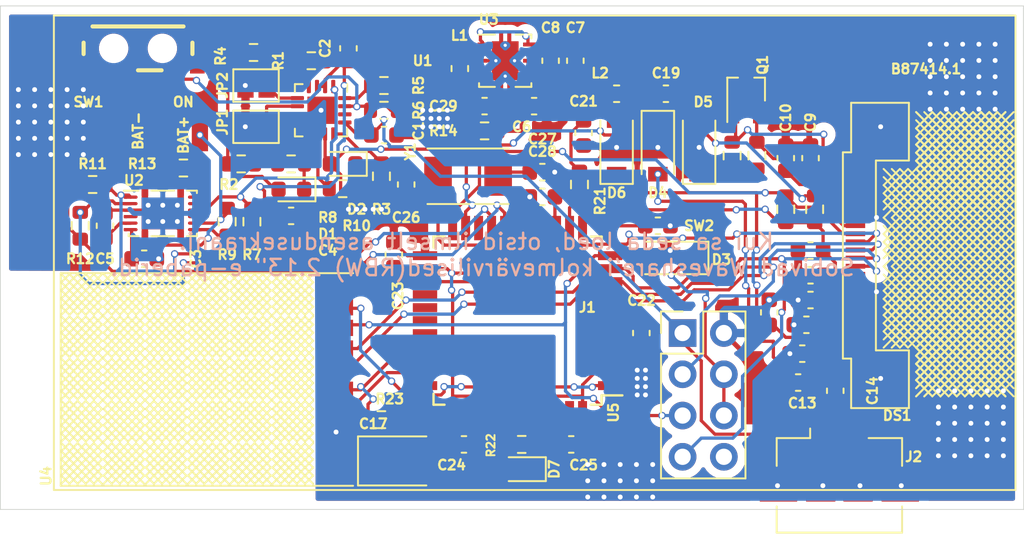
<source format=kicad_pcb>
(kicad_pcb (version 20171130) (host pcbnew "(5.1.9)-1")
  (layers (0 F.Cu signal) (31 B.Cu signal) (34 B.Paste user) (35 F.Paste user) (36 B.SilkS user) (37 F.SilkS user) (38 B.Mask user) (39 F.Mask user hide) (44 Edge.Cuts user))
  (net 0 "")
  (net 1 +5V)
  (net 2 GND)
  (net 3 VBAT)
  (net 4 BATTERY_IN)
  (net 5 OUT)
  (net 6 "Net-(C5-Pad1)")
  (net 7 "Net-(C6-Pad1)")
  (net 8 "Net-(C9-Pad1)")
  (net 9 "Net-(C10-Pad1)")
  (net 10 "Net-(C11-Pad1)")
  (net 11 "Net-(C12-Pad1)")
  (net 12 "Net-(C13-Pad1)")
  (net 13 "Net-(C14-Pad1)")
  (net 14 "Net-(C16-Pad1)")
  (net 15 PREVGL)
  (net 16 "Net-(C19-Pad2)")
  (net 17 "Net-(C19-Pad1)")
  (net 18 PREVGH)
  (net 19 "Net-(D1-Pad1)")
  (net 20 "Net-(D2-Pad1)")
  (net 21 PROG_RESET)
  (net 22 MISO)
  (net 23 SCK)
  (net 24 EN1)
  (net 25 EN2)
  (net 26 "Net-(L1-Pad2)")
  (net 27 "Net-(L1-Pad1)")
  (net 28 "Net-(DS1-Pad3)")
  (net 29 GDR)
  (net 30 "Net-(R1-Pad1)")
  (net 31 "Net-(R3-Pad1)")
  (net 32 "Net-(R5-Pad1)")
  (net 33 "Net-(R6-Pad2)")
  (net 34 TS)
  (net 35 "Net-(R8-Pad2)")
  (net 36 "Net-(R10-Pad2)")
  (net 37 SDA)
  (net 38 SCL)
  (net 39 GPOUT)
  (net 40 PROG_RESET_FLIP)
  (net 41 RES#)
  (net 42 BUSY)
  (net 43 "Net-(U1-Pad14)")
  (net 44 "Net-(U2-Pad9)")
  (net 45 "Net-(U2-Pad11)")
  (net 46 "Net-(U2-Pad4)")
  (net 47 "Net-(U5-Pad42)")
  (net 48 "Net-(U5-Pad40)")
  (net 49 "Net-(U5-Pad39)")
  (net 50 "Net-(U5-Pad38)")
  (net 51 "Net-(U5-Pad37)")
  (net 52 "Net-(U5-Pad36)")
  (net 53 "Net-(U5-Pad33)")
  (net 54 "Net-(U5-Pad30)")
  (net 55 "Net-(U5-Pad29)")
  (net 56 "Net-(U5-Pad28)")
  (net 57 "Net-(U5-Pad27)")
  (net 58 "Net-(U5-Pad7)")
  (net 59 "Net-(U5-Pad4)")
  (net 60 "Net-(U5-Pad3)")
  (net 61 DC)
  (net 62 RF_CE)
  (net 63 RF_CS)
  (net 64 MOSI)
  (net 65 EINK_CS)
  (net 66 IRQ)
  (net 67 "Net-(J1-Pad8)")
  (net 68 "Net-(DS1-Pad7)")
  (net 69 "Net-(DS1-Pad6)")
  (net 70 "Net-(DS1-Pad1)")
  (net 71 "Net-(D7-Pad2)")
  (net 72 "Net-(R22-Pad1)")
  (net 73 "Net-(J2-Pad2)")
  (net 74 "Net-(J2-Pad3)")
  (net 75 "Net-(J2-Pad4)")
  (net 76 "Net-(C26-Pad2)")
  (net 77 "Net-(C27-Pad2)")
  (net 78 "Net-(U5-Pad26)")
  (net 79 "Net-(C22-Pad1)")
  (net 80 VCI)
  (net 81 "Net-(U5-Pad12)")
  (net 82 "Net-(U5-Pad20)")
  (module Diode_SMD:D_SOD-123 (layer F.Cu) (at 215.34002 93.9272 180)
    (fp_text reference D3 (at -3.048 -0.1016) (layer F.SilkS) (effects (font (size 0.6 0.6) (thickness 0.14))))
    (fp_text value MBR0530)
    (pad 2 smd rect (at 1.65 0 180) (size 0.9 1.2) (layers F.Cu F.Paste F.Mask) (net 40 PROG_RESET_FLIP))
    (pad 1 smd rect (at -1.65 0 180) (size 0.9 1.2) (layers F.Cu F.Paste F.Mask) (net 21 PROG_RESET))
  )
  (module Resistor_SMD:R_0603_1608Metric (layer F.Cu) (at 197.45842 103.884)
    (fp_text reference R23 (at 0.508 -1.27) (layer F.SilkS) (effects (font (size 0.6 0.6) (thickness 0.14))))
    (fp_text value 10k)
    (pad 2 smd roundrect (at 0.825 0) (size 0.8 0.95) (layers F.Cu F.Paste F.Mask) (net 80 VCI))
    (pad 1 smd roundrect (at -0.825 0) (size 0.8 0.95) (layers F.Cu F.Paste F.Mask) (net 63 RF_CS))
  )
  (module Capacitor_SMD:C_0603_1608Metric (layer F.Cu) (at 223.62042 98.042 180)
    (fp_text reference C12 hide)
    (fp_text value 1u)
    (pad 2 smd roundrect (at 0.775 0 180) (size 0.9 0.95) (layers F.Cu F.Paste F.Mask) (net 2 GND))
    (pad 1 smd roundrect (at -0.775 0 180) (size 0.9 0.95) (layers F.Cu F.Paste F.Mask) (net 11 "Net-(C12-Pad1)"))
  )
  (module Package_QFP:TQFP-44_10x10mm_P0.8mm (layer F.Cu) (at 205.84042 97.788 180)
    (fp_text reference U5 (at -5.902 -5.66358 270) (layer F.SilkS) (effects (font (size 0.6 0.6) (thickness 0.14))))
    (fp_text value ATmega32U4-AU)
    (pad 44 smd rect (at -4 -5.7 270) (size 1.5 0.55) (layers F.Cu F.Paste F.Mask) (net 80 VCI))
    (pad 43 smd rect (at -3.2 -5.7 270) (size 1.5 0.55) (layers F.Cu F.Paste F.Mask) (net 2 GND))
    (pad 42 smd rect (at -2.4 -5.7 270) (size 1.5 0.55) (layers F.Cu F.Paste F.Mask) (net 47 "Net-(U5-Pad42)"))
    (pad 41 smd rect (at -1.6 -5.7 270) (size 1.5 0.55) (layers F.Cu F.Paste F.Mask) (net 72 "Net-(R22-Pad1)"))
    (pad 40 smd rect (at -0.8 -5.7 270) (size 1.5 0.55) (layers F.Cu F.Paste F.Mask) (net 48 "Net-(U5-Pad40)"))
    (pad 39 smd rect (at 0 -5.7 270) (size 1.5 0.55) (layers F.Cu F.Paste F.Mask) (net 49 "Net-(U5-Pad39)"))
    (pad 38 smd rect (at 0.8 -5.7 270) (size 1.5 0.55) (layers F.Cu F.Paste F.Mask) (net 50 "Net-(U5-Pad38)"))
    (pad 37 smd rect (at 1.6 -5.7 270) (size 1.5 0.55) (layers F.Cu F.Paste F.Mask) (net 51 "Net-(U5-Pad37)"))
    (pad 36 smd rect (at 2.4 -5.7 270) (size 1.5 0.55) (layers F.Cu F.Paste F.Mask) (net 52 "Net-(U5-Pad36)"))
    (pad 35 smd rect (at 3.2 -5.7 270) (size 1.5 0.55) (layers F.Cu F.Paste F.Mask) (net 2 GND))
    (pad 34 smd rect (at 4 -5.7 270) (size 1.5 0.55) (layers F.Cu F.Paste F.Mask) (net 80 VCI))
    (pad 33 smd rect (at 5.7 -4 180) (size 1.5 0.55) (layers F.Cu F.Paste F.Mask) (net 53 "Net-(U5-Pad33)"))
    (pad 32 smd rect (at 5.7 -3.2 180) (size 1.5 0.55) (layers F.Cu F.Paste F.Mask) (net 62 RF_CE))
    (pad 31 smd rect (at 5.7 -2.4 180) (size 1.5 0.55) (layers F.Cu F.Paste F.Mask) (net 63 RF_CS))
    (pad 30 smd rect (at 5.7 -1.6 180) (size 1.5 0.55) (layers F.Cu F.Paste F.Mask) (net 54 "Net-(U5-Pad30)"))
    (pad 29 smd rect (at 5.7 -0.8 180) (size 1.5 0.55) (layers F.Cu F.Paste F.Mask) (net 55 "Net-(U5-Pad29)"))
    (pad 28 smd rect (at 5.7 0 180) (size 1.5 0.55) (layers F.Cu F.Paste F.Mask) (net 56 "Net-(U5-Pad28)"))
    (pad 27 smd rect (at 5.7 0.8 180) (size 1.5 0.55) (layers F.Cu F.Paste F.Mask) (net 57 "Net-(U5-Pad27)"))
    (pad 26 smd rect (at 5.7 1.6 180) (size 1.5 0.55) (layers F.Cu F.Paste F.Mask) (net 78 "Net-(U5-Pad26)"))
    (pad 25 smd rect (at 5.7 2.4 180) (size 1.5 0.55) (layers F.Cu F.Paste F.Mask) (net 61 DC))
    (pad 24 smd rect (at 5.7 3.2 180) (size 1.5 0.55) (layers F.Cu F.Paste F.Mask) (net 80 VCI))
    (pad 23 smd rect (at 5.7 4 180) (size 1.5 0.55) (layers F.Cu F.Paste F.Mask) (net 2 GND))
    (pad 22 smd rect (at 4 5.7 270) (size 1.5 0.55) (layers F.Cu F.Paste F.Mask) (net 41 RES#))
    (pad 21 smd rect (at 3.2 5.7 270) (size 1.5 0.55) (layers F.Cu F.Paste F.Mask) (net 42 BUSY))
    (pad 20 smd rect (at 2.4 5.7 270) (size 1.5 0.55) (layers F.Cu F.Paste F.Mask) (net 82 "Net-(U5-Pad20)"))
    (pad 19 smd rect (at 1.6 5.7 270) (size 1.5 0.55) (layers F.Cu F.Paste F.Mask) (net 37 SDA))
    (pad 18 smd rect (at 0.8 5.7 270) (size 1.5 0.55) (layers F.Cu F.Paste F.Mask) (net 38 SCL))
    (pad 17 smd rect (at 0 5.7 270) (size 1.5 0.55) (layers F.Cu F.Paste F.Mask) (net 76 "Net-(C26-Pad2)"))
    (pad 16 smd rect (at -0.8 5.7 270) (size 1.5 0.55) (layers F.Cu F.Paste F.Mask) (net 77 "Net-(C27-Pad2)"))
    (pad 15 smd rect (at -1.6 5.7 270) (size 1.5 0.55) (layers F.Cu F.Paste F.Mask) (net 2 GND))
    (pad 14 smd rect (at -2.4 5.7 270) (size 1.5 0.55) (layers F.Cu F.Paste F.Mask) (net 80 VCI))
    (pad 13 smd rect (at -3.2 5.7 270) (size 1.5 0.55) (layers F.Cu F.Paste F.Mask) (net 40 PROG_RESET_FLIP))
    (pad 12 smd rect (at -4 5.7 270) (size 1.5 0.55) (layers F.Cu F.Paste F.Mask) (net 81 "Net-(U5-Pad12)"))
    (pad 11 smd rect (at -5.7 4 180) (size 1.5 0.55) (layers F.Cu F.Paste F.Mask) (net 22 MISO))
    (pad 10 smd rect (at -5.7 3.2 180) (size 1.5 0.55) (layers F.Cu F.Paste F.Mask) (net 64 MOSI))
    (pad 9 smd rect (at -5.7 2.4 180) (size 1.5 0.55) (layers F.Cu F.Paste F.Mask) (net 23 SCK))
    (pad 8 smd rect (at -5.7 1.6 180) (size 1.5 0.55) (layers F.Cu F.Paste F.Mask) (net 65 EINK_CS))
    (pad 7 smd rect (at -5.7 0.8 180) (size 1.5 0.55) (layers F.Cu F.Paste F.Mask) (net 58 "Net-(U5-Pad7)"))
    (pad 6 smd rect (at -5.7 0 180) (size 1.5 0.55) (layers F.Cu F.Paste F.Mask) (net 79 "Net-(C22-Pad1)"))
    (pad 5 smd rect (at -5.7 -0.8 180) (size 1.5 0.55) (layers F.Cu F.Paste F.Mask) (net 2 GND))
    (pad 4 smd rect (at -5.7 -1.6 180) (size 1.5 0.55) (layers F.Cu F.Paste F.Mask) (net 59 "Net-(U5-Pad4)"))
    (pad 3 smd rect (at -5.7 -2.4 180) (size 1.5 0.55) (layers F.Cu F.Paste F.Mask) (net 60 "Net-(U5-Pad3)"))
    (pad 2 smd rect (at -5.7 -3.2 180) (size 1.5 0.55) (layers F.Cu F.Paste F.Mask) (net 80 VCI))
    (pad 1 smd rect (at -5.7 -4 180) (size 1.5 0.55) (layers F.Cu F.Paste F.Mask) (net 66 IRQ))
  )
  (module Resistor_SMD:R_0603_1608Metric (layer F.Cu) (at 224.12842 90.93 270)
    (fp_text reference R20 hide)
    (fp_text value 10k)
    (pad 2 smd roundrect (at 0.825 0 270) (size 0.8 0.95) (layers F.Cu F.Paste F.Mask) (net 80 VCI))
    (pad 1 smd roundrect (at -0.825 0 270) (size 0.8 0.95) (layers F.Cu F.Paste F.Mask) (net 42 BUSY))
  )
  (module Capacitor_SMD:C_0603_1608Metric (layer F.Cu) (at 223.36642 99.82 180)
    (fp_text reference C13 (at 0 -3.048) (layer F.SilkS) (effects (font (size 0.6 0.6) (thickness 0.14))))
    (fp_text value 1u)
    (pad 2 smd roundrect (at 0.775 0 180) (size 0.9 0.95) (layers F.Cu F.Paste F.Mask) (net 2 GND))
    (pad 1 smd roundrect (at -0.775 0 180) (size 0.9 0.95) (layers F.Cu F.Paste F.Mask) (net 12 "Net-(C13-Pad1)"))
  )
  (module Capacitor_SMD:C_0603_1608Metric (layer F.Cu) (at 223.11242 101.598 180)
    (fp_text reference C18 hide)
    (fp_text value 1u/50V)
    (pad 2 smd roundrect (at 0.775 0 180) (size 0.9 0.95) (layers F.Cu F.Paste F.Mask) (net 2 GND))
    (pad 1 smd roundrect (at -0.775 0 180) (size 0.9 0.95) (layers F.Cu F.Paste F.Mask) (net 15 PREVGL))
  )
  (module Capacitor_SMD:C_0603_1608Metric (layer F.Cu) (at 203.80842 84.58)
    (fp_text reference C29 (at -2.54 0) (layer F.SilkS) (effects (font (size 0.6 0.6) (thickness 0.14))))
    (fp_text value 1u)
    (pad 2 smd roundrect (at 0.775 0) (size 0.9 0.95) (layers F.Cu F.Paste F.Mask) (net 2 GND))
    (pad 1 smd roundrect (at -0.775 0) (size 0.9 0.95) (layers F.Cu F.Paste F.Mask) (net 5 OUT))
  )
  (module Capacitor_SMD:C_0603_1608Metric (layer F.Cu) (at 207.36442 90.168 180)
    (fp_text reference C28 (at 0 2.794) (layer F.SilkS) (effects (font (size 0.6 0.6) (thickness 0.14))))
    (fp_text value 1u)
    (pad 2 smd roundrect (at 0.775 0 180) (size 0.9 0.95) (layers F.Cu F.Paste F.Mask) (net 2 GND))
    (pad 1 smd roundrect (at -0.775 0 180) (size 0.9 0.95) (layers F.Cu F.Paste F.Mask) (net 80 VCI))
  )
  (module RVP:MK12C02 (layer F.Cu) (at 182.47242 80.77 180)
    (fp_text reference SW1 (at 3.048 -3.556) (layer F.SilkS) (effects (font (size 0.6 0.6) (thickness 0.14))))
    (fp_text value liugnupp)
    (pad MNT@4 smd rect (at 3.65 0.896 180) (size 0.9 0.8) (layers F.Cu F.Paste F.Mask))
    (pad MNT@3 smd rect (at 3.65 -1.404 180) (size 0.9 0.8) (layers F.Cu F.Paste F.Mask))
    (pad MNT@2 smd rect (at -3.65 0.896 180) (size 0.9 0.8) (layers F.Cu F.Paste F.Mask))
    (pad MNT@1 smd rect (at -3.65 -1.404 180) (size 0.9 0.8) (layers F.Cu F.Paste F.Mask))
    (pad 3 smd rect (at 2.25 -2.154 270) (size 1.27 0.635) (layers F.Cu F.Paste F.Mask))
    (pad 2 smd rect (at 0.75 -2.154 270) (size 1.27 0.635) (layers F.Cu F.Paste F.Mask) (net 2 GND))
    (pad 1 smd rect (at -2.25 -2.154 270) (size 1.27 0.635) (layers F.Cu F.Paste F.Mask) (net 33 "Net-(R6-Pad2)"))
    (pad "" np_thru_hole circle (at 1.5 -0.254 180) (size 0.8 0.8) (drill 0.8) (layers *.Cu *.Mask))
    (pad "" np_thru_hole circle (at -1.5 -0.254 180) (size 0.8 0.8) (drill 0.8) (layers *.Cu *.Mask))
  )
  (module Package_SON:Texas_S-PDSO-N12 (layer F.Cu) (at 183.99642 91.184)
    (fp_text reference U2 (at -1.778 -2.032) (layer F.SilkS) (effects (font (size 0.6 0.6) (thickness 0.14))))
    (fp_text value BQ27441-G1)
    (pad 13 smd rect (at -1.1 1.365 270) (size 0.575 0.4) (layers F.Cu F.Paste F.Mask) (net 2 GND))
    (pad 13 smd rect (at -1.1 -1.365 270) (size 0.575 0.4) (layers F.Cu F.Paste F.Mask) (net 2 GND))
    (pad 13 smd rect (at 1.1 -1.365 270) (size 0.575 0.4) (layers F.Cu F.Paste F.Mask) (net 2 GND))
    (pad 13 smd rect (at 1.1 1.365 270) (size 0.575 0.4) (layers F.Cu F.Paste F.Mask) (net 2 GND))
    (pad 13 smd rect (at 0.65 0.4875 90) (size 0.975 1.3) (layers F.Cu F.Paste) (net 2 GND))
    (pad 13 smd rect (at -0.65 0.4875 90) (size 0.975 1.3) (layers F.Cu F.Paste) (net 2 GND))
    (pad 13 smd rect (at -0.65 -0.4875 90) (size 0.975 1.3) (layers F.Cu F.Paste) (net 2 GND))
    (pad 13 smd rect (at 0.65 -0.4875 90) (size 0.975 1.3) (layers F.Cu F.Paste) (net 2 GND))
    (pad 13 smd rect (at 0 0 270) (size 1.95 2.6) (layers B.Cu F.Mask) (net 2 GND))
    (pad 13 thru_hole circle (at 0 0.5) (size 0.6 0.6) (drill 0.3) (layers *.Cu) (net 2 GND))
    (pad 13 thru_hole circle (at 0 -0.5) (size 0.6 0.6) (drill 0.3) (layers *.Cu) (net 2 GND))
    (pad 13 thru_hole circle (at -0.9 -0.5) (size 0.6 0.6) (drill 0.3) (layers *.Cu) (net 2 GND))
    (pad 13 thru_hole circle (at 0.9 -0.5) (size 0.6 0.6) (drill 0.3) (layers *.Cu) (net 2 GND))
    (pad 13 thru_hole circle (at 0.9 0.5) (size 0.6 0.6) (drill 0.3) (layers *.Cu) (net 2 GND))
    (pad 13 thru_hole circle (at -0.9 0.5) (size 0.6 0.6) (drill 0.3) (layers *.Cu) (net 2 GND))
    (pad 7 smd rect (at 2.3 1) (size 0.2 0.2) (layers F.Cu F.Paste F.Mask) (net 3 VBAT))
    (pad 8 smd rect (at 2.3 0.6) (size 0.2 0.2) (layers F.Cu F.Paste F.Mask) (net 4 BATTERY_IN))
    (pad 9 smd rect (at 2.3 0.2) (size 0.2 0.2) (layers F.Cu F.Paste F.Mask) (net 44 "Net-(U2-Pad9)"))
    (pad 10 smd rect (at 2.3 -0.2) (size 0.2 0.2) (layers F.Cu F.Paste F.Mask) (net 34 TS))
    (pad 11 smd rect (at 2.3 -0.6) (size 0.2 0.2) (layers F.Cu F.Paste F.Mask) (net 45 "Net-(U2-Pad11)"))
    (pad 12 smd rect (at 2.3 -1) (size 0.2 0.2) (layers F.Cu F.Paste F.Mask) (net 39 GPOUT))
    (pad 1 smd rect (at -2.3 -1) (size 0.2 0.2) (layers F.Cu F.Paste F.Mask) (net 37 SDA))
    (pad 2 smd rect (at -2.3 -0.6) (size 0.2 0.2) (layers F.Cu F.Paste F.Mask) (net 38 SCL))
    (pad 6 smd rect (at -2.3 1) (size 0.2 0.2) (layers F.Cu F.Paste F.Mask) (net 4 BATTERY_IN))
    (pad 5 smd rect (at -2.3 0.6) (size 0.2 0.2) (layers F.Cu F.Paste F.Mask) (net 6 "Net-(C5-Pad1)"))
    (pad 4 smd rect (at -2.3 0.2) (size 0.2 0.2) (layers F.Cu F.Paste F.Mask) (net 46 "Net-(U2-Pad4)"))
    (pad 7 smd oval (at 1.975 1) (size 0.85 0.2) (layers F.Cu F.Paste F.Mask) (net 3 VBAT))
    (pad 8 smd oval (at 1.975 0.6) (size 0.85 0.2) (layers F.Cu F.Paste F.Mask) (net 4 BATTERY_IN))
    (pad 9 smd oval (at 1.975 0.2) (size 0.85 0.2) (layers F.Cu F.Paste F.Mask) (net 44 "Net-(U2-Pad9)"))
    (pad 10 smd oval (at 1.975 -0.2) (size 0.85 0.2) (layers F.Cu F.Paste F.Mask) (net 34 TS))
    (pad 11 smd oval (at 1.975 -0.6) (size 0.85 0.2) (layers F.Cu F.Paste F.Mask) (net 45 "Net-(U2-Pad11)"))
    (pad 12 smd oval (at 1.975 -1) (size 0.85 0.2) (layers F.Cu F.Paste F.Mask) (net 39 GPOUT))
    (pad 6 smd oval (at -1.975 1) (size 0.85 0.2) (layers F.Cu F.Paste F.Mask) (net 4 BATTERY_IN))
    (pad 5 smd oval (at -1.975 0.6) (size 0.85 0.2) (layers F.Cu F.Paste F.Mask) (net 6 "Net-(C5-Pad1)"))
    (pad 4 smd oval (at -1.975 0.2) (size 0.85 0.2) (layers F.Cu F.Paste F.Mask) (net 46 "Net-(U2-Pad4)"))
    (pad 1 smd oval (at -1.975 -1) (size 0.85 0.2) (layers F.Cu F.Paste F.Mask) (net 37 SDA))
    (pad 2 smd oval (at -1.975 -0.6) (size 0.85 0.2) (layers F.Cu F.Paste F.Mask) (net 38 SCL))
    (pad 3 smd oval (at -1.975 -0.2) (size 0.85 0.2) (layers F.Cu F.Paste F.Mask) (net 2 GND))
    (pad 3 smd rect (at -2.3 -0.2) (size 0.2 0.2) (layers F.Cu F.Paste F.Mask) (net 2 GND))
    (pad 13 smd rect (at -1.1 -1.3125 270) (size 0.675 0.4) (layers F.Cu F.Mask) (net 2 GND))
    (pad 13 smd rect (at 1.1 -1.3125 270) (size 0.675 0.4) (layers F.Cu F.Mask) (net 2 GND))
    (pad 13 smd rect (at 1.1 1.3125 270) (size 0.675 0.4) (layers F.Cu F.Mask) (net 2 GND))
    (pad 13 smd rect (at -1.1 1.3125 270) (size 0.675 0.4) (layers F.Cu F.Mask) (net 2 GND))
    (pad 13 smd rect (at 0 0 270) (size 1.95 2.6) (layers F.Cu F.Mask) (net 2 GND))
  )
  (module Capacitor_SMD:C_0603_1608Metric (layer F.Cu) (at 207.36442 88.644 180)
    (fp_text reference C27 (at 0 2.032) (layer F.SilkS) (effects (font (size 0.6 0.6) (thickness 0.14))))
    (fp_text value 18p)
    (pad 2 smd roundrect (at 0.775 0 180) (size 0.9 0.95) (layers F.Cu F.Paste F.Mask) (net 77 "Net-(C27-Pad2)"))
    (pad 1 smd roundrect (at -0.775 0 180) (size 0.9 0.95) (layers F.Cu F.Paste F.Mask) (net 2 GND))
  )
  (module Capacitor_SMD:C_0603_1608Metric (layer F.Cu) (at 198.98242 89.406 270)
    (fp_text reference C26 (at 2.032 0) (layer F.SilkS) (effects (font (size 0.6 0.6) (thickness 0.14))))
    (fp_text value 18p)
    (pad 2 smd roundrect (at 0.775 0 270) (size 0.9 0.95) (layers F.Cu F.Paste F.Mask) (net 76 "Net-(C26-Pad2)"))
    (pad 1 smd roundrect (at -0.775 0 270) (size 0.9 0.95) (layers F.Cu F.Paste F.Mask) (net 2 GND))
  )
  (module Crystal:Crystal_SMD_TXC_7A-2Pin_5x3.2mm (layer F.Cu) (at 202.79242 88.898)
    (fp_text reference Y1 (at -3.556 -1.524 90) (layer F.SilkS) (effects (font (size 0.6 0.6) (thickness 0.14))))
    (fp_text value "16 MHz")
    (pad 2 smd rect (at 1.85 0) (size 1.7 2.4) (layers F.Cu F.Paste F.Mask) (net 77 "Net-(C27-Pad2)"))
    (pad 1 smd rect (at -1.85 0) (size 1.7 2.4) (layers F.Cu F.Paste F.Mask) (net 76 "Net-(C26-Pad2)"))
  )
  (module RVP:Solderpads (layer F.Cu) (at 191.83642 93.792)
    (fp_text reference J3 hide)
    (fp_text value Conn_01x02_Female)
    (pad 2 smd rect (at -8.094 -7.434) (size 1 2) (layers F.Cu F.Paste F.Mask) (net 2 GND))
    (pad 1 smd rect (at -5.554 -7.434) (size 1 2) (layers F.Cu F.Paste F.Mask) (net 4 BATTERY_IN))
  )
  (module Connector_USB:USB_Micro-B_Amphenol_10104110_Horizontal (layer F.Cu) (at 225.65242 106.678)
    (fp_text reference J2 (at 4.572 -0.508 180) (layer F.SilkS) (effects (font (size 0.6 0.6) (thickness 0.14))))
    (fp_text value USB_B_Micro)
    (pad 1 smd rect (at -1.3 -1.55) (size 0.4 1.4) (layers F.Cu F.Paste F.Mask) (net 1 +5V))
    (pad 2 smd rect (at -0.65 -1.55) (size 0.4 1.4) (layers F.Cu F.Paste F.Mask) (net 73 "Net-(J2-Pad2)"))
    (pad 3 smd rect (at 0 -1.55) (size 0.4 1.4) (layers F.Cu F.Paste F.Mask) (net 74 "Net-(J2-Pad3)"))
    (pad 4 smd rect (at 0.65 -1.55) (size 0.4 1.4) (layers F.Cu F.Paste F.Mask) (net 75 "Net-(J2-Pad4)"))
    (pad 5 smd rect (at 1.3 -1.55) (size 0.4 1.4) (layers F.Cu F.Paste F.Mask) (net 2 GND))
    (pad 6 smd rect (at -3.75 1.3) (size 2.3 1.9) (layers F.Cu F.Paste F.Mask) (net 2 GND))
    (pad 6 smd rect (at 3.75 1.3) (size 2.3 1.9) (layers F.Cu F.Paste F.Mask) (net 2 GND))
    (pad 6 smd rect (at -1.15 1.3) (size 1.8 1.9) (layers F.Cu F.Paste F.Mask) (net 2 GND))
    (pad 6 smd rect (at 1.15 1.3) (size 1.8 1.9) (layers F.Cu F.Paste F.Mask) (net 2 GND))
  )
  (module Resistor_SMD:R_0603_1608Metric (layer F.Cu) (at 206.09442 105.408 180)
    (fp_text reference R22 (at 1.9 -0.056 90) (layer F.SilkS) (effects (font (size 0.5 0.5) (thickness 0.12))))
    (fp_text value 180)
    (pad 2 smd roundrect (at 0.825 0 180) (size 0.8 0.95) (layers F.Cu F.Paste F.Mask) (net 71 "Net-(D7-Pad2)"))
    (pad 1 smd roundrect (at -0.825 0 180) (size 0.8 0.95) (layers F.Cu F.Paste F.Mask) (net 72 "Net-(R22-Pad1)"))
  )
  (module LED_SMD:LED_0603_1608Metric (layer F.Cu) (at 206.09442 106.932 180)
    (fp_text reference D7 (at -2 0 90) (layer F.SilkS) (effects (font (size 0.6 0.6) (thickness 0.14))))
    (fp_text value Sinine)
    (pad 2 smd roundrect (at 0.7875 0 180) (size 0.875 0.95) (layers F.Cu F.Paste F.Mask) (net 71 "Net-(D7-Pad2)"))
    (pad 1 smd roundrect (at -0.7875 0 180) (size 0.875 0.95) (layers F.Cu F.Paste F.Mask) (net 2 GND))
  )
  (module Capacitor_Tantalum_SMD:CP_EIA-3528-15_AVX-H (layer F.Cu) (at 198.47442 106.424)
    (fp_text reference C17 (at -1.519 -2.286 180) (layer F.SilkS) (effects (font (size 0.6 0.6) (thickness 0.14))))
    (fp_text value 10uF)
    (pad 2 smd roundrect (at 1.5375 0) (size 1.325 2.35) (layers F.Cu F.Paste F.Mask) (roundrect_rratio 0.1886769811320755) (net 2 GND))
    (pad 1 smd roundrect (at -1.5375 0) (size 1.325 2.35) (layers F.Cu F.Paste F.Mask) (roundrect_rratio 0.1886769811320755) (net 80 VCI))
  )
  (module Capacitor_SMD:C_0603_1608Metric (layer F.Cu) (at 214.47642 91.946 180)
    (fp_text reference SW2 (at -2.54 0 180) (layer F.SilkS) (effects (font (size 0.6 0.6) (thickness 0.14))))
    (fp_text value Jumper)
    (pad 2 smd roundrect (at 0.775 0 180) (size 0.9 0.95) (layers F.Cu F.Paste F.Mask) (net 40 PROG_RESET_FLIP))
    (pad 1 smd roundrect (at -0.775 0 180) (size 0.9 0.95) (layers F.Cu F.Paste F.Mask) (net 2 GND))
  )
  (module "RVP:NRF24L01 moodul SMD" (layer F.Cu) (at 196.18842 105.408 90)
    (fp_text reference U4 (at -1.944 -19.37358 90) (layer F.SilkS) (effects (font (size 0.6 0.6) (thickness 0.14))))
    (fp_text value NRF24L01_moodul)
    (pad 8 smd rect (at 8.444 -1.476 90) (size 1 2) (layers F.Cu F.Paste F.Mask) (net 66 IRQ))
    (pad 7 smd rect (at 7.174 -1.476 90) (size 1 2) (layers F.Cu F.Paste F.Mask) (net 22 MISO))
    (pad 6 smd rect (at 5.904 -1.476 90) (size 1 2) (layers F.Cu F.Paste F.Mask) (net 64 MOSI))
    (pad 5 smd rect (at 4.634 -1.476 90) (size 1 2) (layers F.Cu F.Paste F.Mask) (net 23 SCK))
    (pad 4 smd rect (at 3.364 -1.476 90) (size 1 2) (layers F.Cu F.Paste F.Mask) (net 63 RF_CS))
    (pad 3 smd rect (at 2.094 -1.476 90) (size 1 2) (layers F.Cu F.Paste F.Mask) (net 62 RF_CE))
    (pad 2 smd rect (at 0.824 -1.476 90) (size 1 2) (layers F.Cu F.Paste F.Mask) (net 2 GND))
    (pad 1 smd rect (at -0.446 -1.476 90) (size 1 2) (layers F.Cu F.Paste F.Mask) (net 80 VCI))
  )
  (module Capacitor_SMD:C_0603_1608Metric (layer F.Cu) (at 209.14242 105.408 180)
    (fp_text reference C25 (at -0.762 -1.27) (layer F.SilkS) (effects (font (size 0.6 0.6) (thickness 0.14))))
    (fp_text value 1u)
    (pad 2 smd roundrect (at 0.775 0 180) (size 0.9 0.95) (layers F.Cu F.Paste F.Mask) (net 2 GND))
    (pad 1 smd roundrect (at -0.775 0 180) (size 0.9 0.95) (layers F.Cu F.Paste F.Mask) (net 80 VCI))
  )
  (module Capacitor_SMD:C_0603_1608Metric (layer F.Cu) (at 202.53842 105.408)
    (fp_text reference C24 (at -0.762 1.27 180) (layer F.SilkS) (effects (font (size 0.6 0.6) (thickness 0.14))))
    (fp_text value 1u)
    (pad 2 smd roundrect (at 0.775 0) (size 0.9 0.95) (layers F.Cu F.Paste F.Mask) (net 2 GND))
    (pad 1 smd roundrect (at -0.775 0) (size 0.9 0.95) (layers F.Cu F.Paste F.Mask) (net 80 VCI))
  )
  (module Capacitor_SMD:C_0603_1608Metric (layer F.Cu) (at 198.22042 93.724 90)
    (fp_text reference C23 (at -2.532 0.256 90) (layer F.SilkS) (effects (font (size 0.6 0.6) (thickness 0.14))))
    (fp_text value 1u)
    (pad 1 smd roundrect (at -0.775 0 90) (size 0.9 0.95) (layers F.Cu F.Paste F.Mask) (net 80 VCI))
    (pad 2 smd roundrect (at 0.775 0 90) (size 0.9 0.95) (layers F.Cu F.Paste F.Mask) (net 2 GND))
  )
  (module Capacitor_SMD:C_0603_1608Metric (layer F.Cu) (at 213.46042 98.55 270)
    (fp_text reference C22 (at -2.00042 -0.012) (layer F.SilkS) (effects (font (size 0.6 0.6) (thickness 0.14))))
    (fp_text value 1u)
    (pad 2 smd roundrect (at 0.775 0 270) (size 0.9 0.95) (layers F.Cu F.Paste F.Mask) (net 2 GND))
    (pad 1 smd roundrect (at -0.775 0 270) (size 0.9 0.95) (layers F.Cu F.Paste F.Mask) (net 79 "Net-(C22-Pad1)"))
  )
  (module Resistor_SMD:R_0603_1608Metric (layer F.Cu) (at 209.65042 89.406 90)
    (fp_text reference R21 (at -1.016 1.27 90) (layer F.SilkS) (effects (font (size 0.6 0.6) (thickness 0.14))))
    (fp_text value 10k)
    (pad 2 smd roundrect (at 0.825 0 90) (size 0.8 0.95) (layers F.Cu F.Paste F.Mask) (net 80 VCI))
    (pad 1 smd roundrect (at -0.825 0 90) (size 0.8 0.95) (layers F.Cu F.Paste F.Mask) (net 40 PROG_RESET_FLIP))
  )
  (module Resistor_SMD:R_0603_1608Metric (layer F.Cu) (at 220.57242 87.628 270)
    (fp_text reference R18 hide)
    (fp_text value .47)
    (pad 2 smd roundrect (at 0.825 0 270) (size 0.8 0.95) (layers F.Cu F.Paste F.Mask) (net 2 GND))
    (pad 1 smd roundrect (at -0.825 0 270) (size 0.8 0.95) (layers F.Cu F.Paste F.Mask) (net 28 "Net-(DS1-Pad3)"))
  )
  (module RVP:Eink (layer F.Cu) (at 177.292 108.204)
    (fp_text reference DS1 (at 51.91642 -4.574) (layer F.SilkS) (effects (font (size 0.6 0.6) (thickness 0.14))))
    (fp_text value Eink)
    (pad 25 smd rect (at 49.348 -23.546 90) (size 2.7 3) (drill (offset -1.35 1.5)) (layers F.Cu F.Paste F.Mask) (net 2 GND))
    (pad 25 smd rect (at 49.348 -5.486 90) (size 2.7 3) (drill (offset 1.35 1.5)) (layers F.Cu F.Paste F.Mask) (net 2 GND))
    (pad 24 smd rect (at 49.348 -8.766 90) (size 0.3 1.2) (layers F.Cu F.Paste F.Mask) (net 13 "Net-(C14-Pad1)"))
    (pad 23 smd rect (at 49.348 -9.266 90) (size 0.3 1.2) (layers F.Cu F.Paste F.Mask) (net 15 PREVGL))
    (pad 22 smd rect (at 49.348 -9.766 90) (size 0.3 1.2) (layers F.Cu F.Paste F.Mask) (net 12 "Net-(C13-Pad1)"))
    (pad 21 smd rect (at 49.348 -10.266 90) (size 0.3 1.2) (layers F.Cu F.Paste F.Mask) (net 18 PREVGH))
    (pad 20 smd rect (at 49.348 -10.766 90) (size 0.3 1.2) (layers F.Cu F.Paste F.Mask) (net 11 "Net-(C12-Pad1)"))
    (pad 19 smd rect (at 49.348 -11.266 90) (size 0.3 1.2) (layers F.Cu F.Paste F.Mask) (net 14 "Net-(C16-Pad1)"))
    (pad 18 smd rect (at 49.348 -11.766 90) (size 0.3 1.2) (layers F.Cu F.Paste F.Mask) (net 10 "Net-(C11-Pad1)"))
    (pad 17 smd rect (at 49.348 -12.266 90) (size 0.3 1.2) (layers F.Cu F.Paste F.Mask) (net 2 GND))
    (pad 16 smd rect (at 49.348 -12.766 90) (size 0.3 1.2) (layers F.Cu F.Paste F.Mask) (net 80 VCI))
    (pad 15 smd rect (at 49.348 -13.266 90) (size 0.3 1.2) (layers F.Cu F.Paste F.Mask) (net 80 VCI))
    (pad 14 smd rect (at 49.348 -13.766 90) (size 0.3 1.2) (layers F.Cu F.Paste F.Mask) (net 64 MOSI))
    (pad 13 smd rect (at 49.348 -14.266 90) (size 0.3 1.2) (layers F.Cu F.Paste F.Mask) (net 23 SCK))
    (pad 12 smd rect (at 49.348 -14.766 90) (size 0.3 1.2) (layers F.Cu F.Paste F.Mask) (net 65 EINK_CS))
    (pad 11 smd rect (at 49.348 -15.266 90) (size 0.3 1.2) (layers F.Cu F.Paste F.Mask) (net 61 DC))
    (pad 10 smd rect (at 49.348 -15.766 90) (size 0.3 1.2) (layers F.Cu F.Paste F.Mask) (net 41 RES#))
    (pad 9 smd rect (at 49.348 -16.266 90) (size 0.3 1.2) (layers F.Cu F.Paste F.Mask) (net 42 BUSY))
    (pad 8 smd rect (at 49.348 -16.766 90) (size 0.3 1.2) (layers F.Cu F.Paste F.Mask) (net 2 GND))
    (pad 7 smd rect (at 49.348 -17.266 90) (size 0.3 1.2) (layers F.Cu F.Paste F.Mask) (net 68 "Net-(DS1-Pad7)"))
    (pad 6 smd rect (at 49.348 -17.766 90) (size 0.3 1.2) (layers F.Cu F.Paste F.Mask) (net 69 "Net-(DS1-Pad6)"))
    (pad 5 smd rect (at 49.348 -18.266 90) (size 0.3 1.2) (layers F.Cu F.Paste F.Mask) (net 9 "Net-(C10-Pad1)"))
    (pad 4 smd rect (at 49.348 -18.766 90) (size 0.3 1.2) (layers F.Cu F.Paste F.Mask) (net 8 "Net-(C9-Pad1)"))
    (pad 3 smd rect (at 49.348 -19.266 90) (size 0.3 1.2) (layers F.Cu F.Paste F.Mask) (net 28 "Net-(DS1-Pad3)"))
    (pad 2 smd rect (at 49.348 -19.766 90) (size 0.3 1.2) (layers F.Cu F.Paste F.Mask) (net 29 GDR))
    (pad 1 smd rect (at 49.348 -20.266 90) (size 0.3 1.2) (layers F.Cu F.Paste F.Mask) (net 70 "Net-(DS1-Pad1)"))
  )
  (module Resistor_SMD:R_0603_1608Metric (layer F.Cu) (at 178.91642 91.946 90)
    (fp_text reference R12 (at -2.032 0 180) (layer F.SilkS) (effects (font (size 0.6 0.6) (thickness 0.14))))
    (fp_text value 4.7k)
    (pad 2 smd roundrect (at 0.825 0 90) (size 0.8 0.95) (layers F.Cu F.Paste F.Mask) (net 38 SCL))
    (pad 1 smd roundrect (at -0.825 0 90) (size 0.8 0.95) (layers F.Cu F.Paste F.Mask) (net 80 VCI))
  )
  (module Resistor_SMD:R_0603_1608Metric (layer F.Cu) (at 179.67842 89.406)
    (fp_text reference R11 (at 0 -1.27) (layer F.SilkS) (effects (font (size 0.6 0.6) (thickness 0.14))))
    (fp_text value 4.7k)
    (pad 2 smd roundrect (at 0.825 0) (size 0.8 0.95) (layers F.Cu F.Paste F.Mask) (net 37 SDA))
    (pad 1 smd roundrect (at -0.825 0) (size 0.8 0.95) (layers F.Cu F.Paste F.Mask) (net 80 VCI))
  )
  (module Connector_PinHeader_2.54mm:PinHeader_2x04_P2.54mm_Vertical (layer F.Cu) (at 216.00042 98.55)
    (fp_text reference J1 (at -5.86432 -1.5787) (layer F.SilkS) (effects (font (size 0.6 0.6) (thickness 0.14))))
    (fp_text value SPI)
    (pad 8 thru_hole oval (at 2.54 7.62) (size 1.7 1.7) (drill 1) (layers *.Cu *.Mask) (net 67 "Net-(J1-Pad8)"))
    (pad 7 thru_hole oval (at 0 7.62) (size 1.7 1.7) (drill 1) (layers *.Cu *.Mask) (net 64 MOSI))
    (pad 6 thru_hole oval (at 2.54 5.08) (size 1.7 1.7) (drill 1) (layers *.Cu *.Mask) (net 21 PROG_RESET))
    (pad 5 thru_hole oval (at 0 5.08) (size 1.7 1.7) (drill 1) (layers *.Cu *.Mask) (net 22 MISO))
    (pad 4 thru_hole oval (at 2.54 2.54) (size 1.7 1.7) (drill 1) (layers *.Cu *.Mask) (net 21 PROG_RESET))
    (pad 3 thru_hole oval (at 0 2.54) (size 1.7 1.7) (drill 1) (layers *.Cu *.Mask) (net 23 SCK))
    (pad 2 thru_hole oval (at 2.54 0) (size 1.7 1.7) (drill 1) (layers *.Cu *.Mask) (net 2 GND))
    (pad 1 thru_hole rect (at 0 0) (size 1.7 1.7) (drill 1) (layers *.Cu *.Mask) (net 1 +5V))
  )
  (module Capacitor_SMD:C_0603_1608Metric (layer F.Cu) (at 182.85342 93.978 180)
    (fp_text reference C3 (at -3.175 0 270) (layer F.SilkS) (effects (font (size 0.6 0.6) (thickness 0.14))))
    (fp_text value 1u)
    (pad 2 smd roundrect (at 0.775 0 180) (size 0.9 0.95) (layers F.Cu F.Paste F.Mask) (net 4 BATTERY_IN))
    (pad 1 smd roundrect (at -0.775 0 180) (size 0.9 0.95) (layers F.Cu F.Paste F.Mask) (net 2 GND))
  )
  (module Inductor_SMD:L_0603_1608Metric (layer F.Cu) (at 202.28442 82.2685 90)
    (fp_text reference L1 (at 2.03972 -0.01524 180) (layer F.SilkS) (effects (font (size 0.6 0.6) (thickness 0.14))))
    (fp_text value 2.2uH)
    (pad 2 smd roundrect (at 0.7875 0 90) (size 0.875 0.95) (layers F.Cu F.Paste F.Mask) (net 26 "Net-(L1-Pad2)"))
    (pad 1 smd roundrect (at -0.7875 0 90) (size 0.875 0.95) (layers F.Cu F.Paste F.Mask) (net 27 "Net-(L1-Pad1)"))
  )
  (module Jumper:SolderJumper-2_P1.3mm_Open_Pad1.0x1.5mm (layer F.Cu) (at 189.738 85.852 180)
    (fp_text reference JP1 (at 2.06558 0.29 270) (layer F.SilkS) (effects (font (size 0.6 0.6) (thickness 0.14))))
    (fp_text value Jumper_NO_Small)
    (pad 1 smd rect (at -0.65 0 180) (size 1 1.5) (layers F.Cu F.Mask) (net 24 EN1))
    (pad 2 smd rect (at 0.65 0 180) (size 1 1.5) (layers F.Cu F.Mask) (net 2 GND))
  )
  (module Jumper:SolderJumper-2_P1.3mm_Open_Pad1.0x1.5mm (layer F.Cu) (at 189.738 83.312 180)
    (fp_text reference JP2 (at 2.066 0.012 90) (layer F.SilkS) (effects (font (size 0.6 0.6) (thickness 0.14))))
    (fp_text value Jumper_NO_Small)
    (pad 1 smd rect (at -0.65 0 180) (size 1 1.5) (layers F.Cu F.Mask) (net 25 EN2))
    (pad 2 smd rect (at 0.65 0 180) (size 1 1.5) (layers F.Cu F.Mask) (net 2 GND))
  )
  (module Package_SON:Texas_DRC0010J_ThermalVias (layer F.Cu) (at 205.07842 81.786)
    (fp_text reference U3 (at -1.016 -2.54) (layer F.SilkS) (effects (font (size 0.6 0.6) (thickness 0.14))))
    (fp_text value TPS63001)
    (pad 11 thru_hole circle (at 0 -0.95) (size 0.5 0.5) (drill 0.2) (layers *.Cu) (net 2 GND))
    (pad 11 thru_hole circle (at 0.575 0) (size 0.5 0.5) (drill 0.2) (layers *.Cu) (net 2 GND))
    (pad 11 thru_hole circle (at -0.575 0) (size 0.5 0.5) (drill 0.2) (layers *.Cu) (net 2 GND))
    (pad 11 thru_hole circle (at 0 0.95) (size 0.5 0.5) (drill 0.2) (layers *.Cu) (net 2 GND))
    (pad 11 smd custom (at 0 0) (size 1.65 2.4) (layers F.Cu F.Mask) (net 2 GND) (options (clearance outline) (anchor rect)) (primitives (gr_poly (pts (xy -0.375 -1.1) (xy -0.375 -1.7) (xy -0.125 -1.7) (xy -0.125 -1.1) (xy 0.125 -1.1) (xy 0.125 -1.7) (xy 0.375 -1.7) (xy 0.375 1.7) (xy 0.125 1.7) (xy 0.125 1.1) (xy -0.125 1.1) (xy -0.125 1.7) (xy -0.375 1.7)) (width 0))))
    (pad 10 smd rect (at 1.4 -1) (size 0.6 0.24) (layers F.Cu F.Paste F.Mask) (net 80 VCI))
    (pad 9 smd rect (at 1.4 -0.5) (size 0.6 0.24) (layers F.Cu F.Paste F.Mask) (net 2 GND))
    (pad 8 smd rect (at 1.4 0) (size 0.6 0.24) (layers F.Cu F.Paste F.Mask) (net 7 "Net-(C6-Pad1)"))
    (pad 7 smd rect (at 1.4 0.5) (size 0.6 0.24) (layers F.Cu F.Paste F.Mask) (net 7 "Net-(C6-Pad1)"))
    (pad 6 smd rect (at 1.4 1) (size 0.6 0.24) (layers F.Cu F.Paste F.Mask) (net 7 "Net-(C6-Pad1)"))
    (pad 5 smd rect (at -1.4 1) (size 0.6 0.24) (layers F.Cu F.Paste F.Mask) (net 5 OUT))
    (pad 4 smd rect (at -1.4 0.5) (size 0.6 0.24) (layers F.Cu F.Paste F.Mask) (net 27 "Net-(L1-Pad1)"))
    (pad 3 smd rect (at -1.4 0) (size 0.6 0.24) (layers F.Cu F.Paste F.Mask) (net 2 GND))
    (pad 2 smd rect (at -1.4 -0.5) (size 0.6 0.24) (layers F.Cu F.Paste F.Mask) (net 26 "Net-(L1-Pad2)"))
    (pad 1 smd rect (at -1.4 -1) (size 0.6 0.24) (layers F.Cu F.Paste F.Mask) (net 80 VCI))
  )
  (module Package_DFN_QFN:VQFN-16-1EP_3x3mm_P0.5mm_EP1.68x1.68mm (layer F.Cu) (at 193.7405 84.836 270)
    (fp_text reference U1 (at -3.05 -6.25792 180) (layer F.SilkS) (effects (font (size 0.6 0.6) (thickness 0.14))))
    (fp_text value BQ24075)
    (pad 17 smd rect (at 0 0 270) (size 1.68 1.68) (layers F.Cu F.Mask) (net 2 GND))
    (pad 16 smd roundrect (at -0.75 -1.4625 270) (size 0.25 0.825) (layers F.Cu F.Paste F.Mask) (net 32 "Net-(R5-Pad1)"))
    (pad 15 smd roundrect (at -0.25 -1.4625 270) (size 0.25 0.825) (layers F.Cu F.Paste F.Mask) (net 33 "Net-(R6-Pad2)"))
    (pad 14 smd roundrect (at 0.25 -1.4625 270) (size 0.25 0.825) (layers F.Cu F.Paste F.Mask) (net 43 "Net-(U1-Pad14)"))
    (pad 13 smd roundrect (at 0.75 -1.4625 270) (size 0.25 0.825) (layers F.Cu F.Paste F.Mask) (net 1 +5V))
    (pad 12 smd roundrect (at 1.4625 -0.75 270) (size 0.825 0.25) (layers F.Cu F.Paste F.Mask) (net 31 "Net-(R3-Pad1)"))
    (pad 11 smd roundrect (at 1.4625 -0.25 270) (size 0.825 0.25) (layers F.Cu F.Paste F.Mask) (net 5 OUT))
    (pad 10 smd roundrect (at 1.4625 0.25 270) (size 0.825 0.25) (layers F.Cu F.Paste F.Mask) (net 5 OUT))
    (pad 9 smd roundrect (at 1.4625 0.75 270) (size 0.825 0.25) (layers F.Cu F.Paste F.Mask) (net 36 "Net-(R10-Pad2)"))
    (pad 8 smd roundrect (at 0.75 1.4625 270) (size 0.25 0.825) (layers F.Cu F.Paste F.Mask) (net 2 GND))
    (pad 7 smd roundrect (at 0.25 1.4625 270) (size 0.25 0.825) (layers F.Cu F.Paste F.Mask) (net 35 "Net-(R8-Pad2)"))
    (pad 6 smd roundrect (at -0.25 1.4625 270) (size 0.25 0.825) (layers F.Cu F.Paste F.Mask) (net 24 EN1))
    (pad 5 smd roundrect (at -0.75 1.4625 270) (size 0.25 0.825) (layers F.Cu F.Paste F.Mask) (net 25 EN2))
    (pad 4 smd roundrect (at -1.4625 0.75 270) (size 0.825 0.25) (layers F.Cu F.Paste F.Mask) (net 30 "Net-(R1-Pad1)"))
    (pad 3 smd roundrect (at -1.4625 0.25 270) (size 0.825 0.25) (layers F.Cu F.Paste F.Mask) (net 3 VBAT))
    (pad 2 smd roundrect (at -1.4625 -0.25 270) (size 0.825 0.25) (layers F.Cu F.Paste F.Mask) (net 3 VBAT))
    (pad 1 smd roundrect (at -1.4625 -0.75 270) (size 0.825 0.25) (layers F.Cu F.Paste F.Mask) (net 34 TS))
  )
  (module Resistor_SMD:R_0603_1608Metric (layer F.Cu) (at 222.35042 90.93 270)
    (fp_text reference R19 hide)
    (fp_text value 10k)
    (pad 2 smd roundrect (at 0.825 0 270) (size 0.8 0.95) (layers F.Cu F.Paste F.Mask) (net 80 VCI))
    (pad 1 smd roundrect (at -0.825 0 270) (size 0.8 0.95) (layers F.Cu F.Paste F.Mask) (net 41 RES#))
  )
  (module Resistor_SMD:R_0603_1608Metric (layer F.Cu) (at 219.04842 87.626 270)
    (fp_text reference R17 hide)
    (fp_text value 10k)
    (pad 2 smd roundrect (at 0.825 0 270) (size 0.8 0.95) (layers F.Cu F.Paste F.Mask) (net 2 GND))
    (pad 1 smd roundrect (at -0.825 0 270) (size 0.8 0.95) (layers F.Cu F.Paste F.Mask) (net 29 GDR))
  )
  (module Resistor_SMD:R_0603_1608Metric (layer F.Cu) (at 203.80842 86.104)
    (fp_text reference R14 (at -2.54 0) (layer F.SilkS) (effects (font (size 0.6 0.6) (thickness 0.14))))
    (fp_text value 100)
    (pad 2 smd roundrect (at 0.825 0) (size 0.8 0.95) (layers F.Cu F.Paste F.Mask) (net 7 "Net-(C6-Pad1)"))
    (pad 1 smd roundrect (at -0.825 0) (size 0.8 0.95) (layers F.Cu F.Paste F.Mask) (net 5 OUT))
  )
  (module Resistor_SMD:R_0603_1608Metric (layer F.Cu) (at 185.26642 88.39)
    (fp_text reference R13 (at -2.54 -0.254) (layer F.SilkS) (effects (font (size 0.6 0.6) (thickness 0.14))))
    (fp_text value 10k)
    (pad 2 smd roundrect (at 0.825 0) (size 0.8 0.95) (layers F.Cu F.Paste F.Mask) (net 39 GPOUT))
    (pad 1 smd roundrect (at -0.825 0) (size 0.8 0.95) (layers F.Cu F.Paste F.Mask) (net 80 VCI))
  )
  (module Resistor_SMD:R_0603_1608Metric (layer F.Cu) (at 195.072 89.662 180)
    (fp_text reference R10 (at -0.86242 -2.284) (layer F.SilkS) (effects (font (size 0.6 0.6) (thickness 0.14))))
    (fp_text value 180)
    (pad 2 smd roundrect (at 0.825 0 180) (size 0.8 0.95) (layers F.Cu F.Paste F.Mask) (net 36 "Net-(R10-Pad2)"))
    (pad 1 smd roundrect (at -0.825 0 180) (size 0.8 0.95) (layers F.Cu F.Paste F.Mask) (net 20 "Net-(D2-Pad1)"))
  )
  (module Resistor_SMD:R_0603_1608Metric (layer F.Cu) (at 187.96 91.694 90)
    (fp_text reference R9 (at -2.03 0 180) (layer F.SilkS) (effects (font (size 0.6 0.6) (thickness 0.14))))
    (fp_text value 0.01)
    (pad 2 smd roundrect (at 0.825 0 90) (size 0.8 0.95) (layers F.Cu F.Paste F.Mask) (net 4 BATTERY_IN))
    (pad 1 smd roundrect (at -0.825 0 90) (size 0.8 0.95) (layers F.Cu F.Paste F.Mask) (net 3 VBAT))
  )
  (module Resistor_SMD:R_0603_1608Metric (layer F.Cu) (at 191.897 88.138 180)
    (fp_text reference R8 (at -2.25942 -3.3) (layer F.SilkS) (effects (font (size 0.6 0.6) (thickness 0.14))))
    (fp_text value 60)
    (pad 2 smd roundrect (at 0.825 0 180) (size 0.8 0.95) (layers F.Cu F.Paste F.Mask) (net 35 "Net-(R8-Pad2)"))
    (pad 1 smd roundrect (at -0.825 0 180) (size 0.8 0.95) (layers F.Cu F.Paste F.Mask) (net 19 "Net-(D1-Pad1)"))
  )
  (module Resistor_SMD:R_0603_1608Metric (layer F.Cu) (at 189.484 91.694 270)
    (fp_text reference R7 (at 2.032 0 180) (layer F.SilkS) (effects (font (size 0.6 0.6) (thickness 0.14))))
    (fp_text value 10k)
    (pad 2 smd roundrect (at 0.825 0 270) (size 0.8 0.95) (layers F.Cu F.Paste F.Mask) (net 2 GND))
    (pad 1 smd roundrect (at -0.825 0 270) (size 0.8 0.95) (layers F.Cu F.Paste F.Mask) (net 34 TS))
  )
  (module Resistor_SMD:R_0603_1608Metric (layer F.Cu) (at 197.612 84.836 180)
    (fp_text reference R6 (at -2.13242 0.002 90) (layer F.SilkS) (effects (font (size 0.6 0.6) (thickness 0.14))))
    (fp_text value 100k)
    (pad 2 smd roundrect (at 0.825 0 180) (size 0.8 0.95) (layers F.Cu F.Paste F.Mask) (net 33 "Net-(R6-Pad2)"))
    (pad 1 smd roundrect (at -0.825 0 180) (size 0.8 0.95) (layers F.Cu F.Paste F.Mask) (net 3 VBAT))
  )
  (module Resistor_SMD:R_0603_1608Metric (layer F.Cu) (at 197.612 83.312)
    (fp_text reference R5 (at 2.13242 -0.002 90) (layer F.SilkS) (effects (font (size 0.6 0.6) (thickness 0.14))))
    (fp_text value 590)
    (pad 2 smd roundrect (at 0.825 0) (size 0.8 0.95) (layers F.Cu F.Paste F.Mask) (net 2 GND))
    (pad 1 smd roundrect (at -0.825 0) (size 0.8 0.95) (layers F.Cu F.Paste F.Mask) (net 32 "Net-(R5-Pad1)"))
  )
  (module Resistor_SMD:R_0603_1608Metric (layer F.Cu) (at 189.58442 81.278)
    (fp_text reference R4 (at -2.032 0.22 90) (layer F.SilkS) (effects (font (size 0.6 0.6) (thickness 0.14))))
    (fp_text value 10k)
    (pad 2 smd roundrect (at 0.825 0) (size 0.8 0.95) (layers F.Cu F.Paste F.Mask) (net 25 EN2))
    (pad 1 smd roundrect (at -0.825 0) (size 0.8 0.95) (layers F.Cu F.Paste F.Mask) (net 5 OUT))
  )
  (module Resistor_SMD:R_0603_1608Metric (layer F.Cu) (at 197.45842 88.898 270)
    (fp_text reference R3 (at 2.032 0 180) (layer F.SilkS) (effects (font (size 0.6 0.6) (thickness 0.14))))
    (fp_text value 1.1k)
    (pad 2 smd roundrect (at 0.825 0 270) (size 0.8 0.95) (layers F.Cu F.Paste F.Mask) (net 2 GND))
    (pad 1 smd roundrect (at -0.825 0 270) (size 0.8 0.95) (layers F.Cu F.Paste F.Mask) (net 31 "Net-(R3-Pad1)"))
  )
  (module Resistor_SMD:R_0603_1608Metric (layer F.Cu) (at 188.82242 88.136)
    (fp_text reference R2 (at -0.762 1.27 180) (layer F.SilkS) (effects (font (size 0.6 0.6) (thickness 0.14))))
    (fp_text value 10k)
    (pad 2 smd roundrect (at 0.825 0) (size 0.8 0.95) (layers F.Cu F.Paste F.Mask) (net 24 EN1))
    (pad 1 smd roundrect (at -0.825 0) (size 0.8 0.95) (layers F.Cu F.Paste F.Mask) (net 5 OUT))
  )
  (module Resistor_SMD:R_0603_1608Metric (layer F.Cu) (at 193.14042 81.786)
    (fp_text reference R1 (at -2.032 0 90) (layer F.SilkS) (effects (font (size 0.6 0.6) (thickness 0.14))))
    (fp_text value 100k)
    (pad 2 smd roundrect (at 0.825 0) (size 0.8 0.95) (layers F.Cu F.Paste F.Mask) (net 2 GND))
    (pad 1 smd roundrect (at -0.825 0) (size 0.8 0.95) (layers F.Cu F.Paste F.Mask) (net 30 "Net-(R1-Pad1)"))
  )
  (module Package_TO_SOT_SMD:SOT-323_SC-70_Handsoldering (layer F.Cu) (at 219.91084 83.562 90)
    (fp_text reference Q1 (at 1.524 1.016 90) (layer F.SilkS) (effects (font (size 0.6 0.6) (thickness 0.14))))
    (fp_text value SI1304BDL)
    (pad 3 smd rect (at 1.33 0) (size 0.45 1.5) (layers F.Cu F.Paste F.Mask) (net 17 "Net-(C19-Pad1)"))
    (pad 2 smd rect (at -1.33 0.65) (size 0.45 1.5) (layers F.Cu F.Paste F.Mask) (net 28 "Net-(DS1-Pad3)"))
    (pad 1 smd rect (at -1.33 -0.65) (size 0.45 1.5) (layers F.Cu F.Paste F.Mask) (net 29 GDR))
  )
  (module Inductor_SMD:L_0603_1608Metric (layer F.Cu) (at 211.93642 83.818 180)
    (fp_text reference L2 (at 1.016 1.27) (layer F.SilkS) (effects (font (size 0.6 0.6) (thickness 0.14))))
    (fp_text value 68uH)
    (pad 2 smd roundrect (at 0.7875 0 180) (size 0.875 0.95) (layers F.Cu F.Paste F.Mask) (net 80 VCI))
    (pad 1 smd roundrect (at -0.7875 0 180) (size 0.875 0.95) (layers F.Cu F.Paste F.Mask) (net 17 "Net-(C19-Pad1)"))
  )
  (module Diode_SMD:D_SOD-123 (layer F.Cu) (at 211.93642 87.12 90)
    (fp_text reference D6 (at -2.794 0) (layer F.SilkS) (effects (font (size 0.6 0.6) (thickness 0.14))))
    (fp_text value MBR0530)
    (pad 2 smd rect (at 1.65 0 90) (size 0.9 1.2) (layers F.Cu F.Paste F.Mask) (net 17 "Net-(C19-Pad1)"))
    (pad 1 smd rect (at -1.65 0 90) (size 0.9 1.2) (layers F.Cu F.Paste F.Mask) (net 18 PREVGH))
  )
  (module Diode_SMD:D_SOD-123 (layer F.Cu) (at 217.01642 87.12 90)
    (fp_text reference D5 (at 2.794 0.254) (layer F.SilkS) (effects (font (size 0.6 0.6) (thickness 0.14))))
    (fp_text value MBR0530)
    (pad 2 smd rect (at 1.65 0 90) (size 0.9 1.2) (layers F.Cu F.Paste F.Mask) (net 16 "Net-(C19-Pad2)"))
    (pad 1 smd rect (at -1.65 0 90) (size 0.9 1.2) (layers F.Cu F.Paste F.Mask) (net 2 GND))
  )
  (module Diode_SMD:D_SOD-123 (layer F.Cu) (at 214.47642 87.12 270)
    (fp_text reference D4 (at 2.794 0 180) (layer F.SilkS) (effects (font (size 0.6 0.6) (thickness 0.14))))
    (fp_text value MBR0530)
    (pad 2 smd rect (at 1.65 0 270) (size 0.9 1.2) (layers F.Cu F.Paste F.Mask) (net 15 PREVGL))
    (pad 1 smd rect (at -1.65 0 270) (size 0.9 1.2) (layers F.Cu F.Paste F.Mask) (net 16 "Net-(C19-Pad2)"))
  )
  (module LED_SMD:LED_0603_1608Metric (layer F.Cu) (at 195.072 88.136 180)
    (fp_text reference D2 (at -0.86242 -2.794) (layer F.SilkS) (effects (font (size 0.6 0.6) (thickness 0.14))))
    (fp_text value Pun.)
    (pad 2 smd roundrect (at 0.7875 0 180) (size 0.875 0.95) (layers F.Cu F.Paste F.Mask) (net 5 OUT))
    (pad 1 smd roundrect (at -0.7875 0 180) (size 0.875 0.95) (layers F.Cu F.Paste F.Mask) (net 20 "Net-(D2-Pad1)"))
  )
  (module LED_SMD:LED_0603_1608Metric (layer F.Cu) (at 191.912 89.706 180)
    (fp_text reference D1 (at -2.24442 -2.748) (layer F.SilkS) (effects (font (size 0.6 0.6) (thickness 0.14))))
    (fp_text value Roh.)
    (pad 2 smd roundrect (at 0.7875 0 180) (size 0.875 0.95) (layers F.Cu F.Paste F.Mask) (net 5 OUT))
    (pad 1 smd roundrect (at -0.7875 0 180) (size 0.875 0.95) (layers F.Cu F.Paste F.Mask) (net 19 "Net-(D1-Pad1)"))
  )
  (module Capacitor_SMD:C_0603_1608Metric (layer F.Cu) (at 209.90442 86.231 270)
    (fp_text reference C21 (at -1.95072 0 180) (layer F.SilkS) (effects (font (size 0.6 0.6) (thickness 0.14))))
    (fp_text value 10u)
    (pad 2 smd roundrect (at 0.775 0 270) (size 0.9 0.95) (layers F.Cu F.Paste F.Mask) (net 2 GND))
    (pad 1 smd roundrect (at -0.775 0 270) (size 0.9 0.95) (layers F.Cu F.Paste F.Mask) (net 80 VCI))
  )
  (module Capacitor_SMD:C_0603_1608Metric (layer F.Cu) (at 221.33442 97.28 90)
    (fp_text reference C20 hide)
    (fp_text value 1u/50V)
    (pad 2 smd roundrect (at 0.775 0 90) (size 0.9 0.95) (layers F.Cu F.Paste F.Mask) (net 2 GND))
    (pad 1 smd roundrect (at -0.775 0 90) (size 0.9 0.95) (layers F.Cu F.Paste F.Mask) (net 18 PREVGH))
  )
  (module Capacitor_SMD:C_0603_1608Metric (layer F.Cu) (at 214.97142 83.818)
    (fp_text reference C19 (at 0.013 -1.27 180) (layer F.SilkS) (effects (font (size 0.6 0.6) (thickness 0.14))))
    (fp_text value 4.7u/50V)
    (pad 2 smd roundrect (at 0.775 0) (size 0.9 0.95) (layers F.Cu F.Paste F.Mask) (net 16 "Net-(C19-Pad2)"))
    (pad 1 smd roundrect (at -0.775 0) (size 0.9 0.95) (layers F.Cu F.Paste F.Mask) (net 17 "Net-(C19-Pad1)"))
  )
  (module Capacitor_SMD:C_0603_1608Metric (layer F.Cu) (at 223.87442 96.518 180)
    (fp_text reference C16 hide)
    (fp_text value 1u)
    (pad 2 smd roundrect (at 0.775 0 180) (size 0.9 0.95) (layers F.Cu F.Paste F.Mask) (net 2 GND))
    (pad 1 smd roundrect (at -0.775 0 180) (size 0.9 0.95) (layers F.Cu F.Paste F.Mask) (net 14 "Net-(C16-Pad1)"))
  )
  (module Capacitor_SMD:C_0603_1608Metric (layer F.Cu) (at 223.87442 93.47 180)
    (fp_text reference C15 hide)
    (fp_text value 1u)
    (pad 2 smd roundrect (at 0.775 0 180) (size 0.9 0.95) (layers F.Cu F.Paste F.Mask) (net 2 GND))
    (pad 1 smd roundrect (at -0.775 0 180) (size 0.9 0.95) (layers F.Cu F.Paste F.Mask) (net 80 VCI))
  )
  (module Capacitor_SMD:C_0603_1608Metric (layer F.Cu) (at 225.39842 102.106 270)
    (fp_text reference C14 (at 0 -2.286 90) (layer F.SilkS) (effects (font (size 0.6 0.6) (thickness 0.14))))
    (fp_text value 1u)
    (pad 2 smd roundrect (at 0.775 0 270) (size 0.9 0.95) (layers F.Cu F.Paste F.Mask) (net 2 GND))
    (pad 1 smd roundrect (at -0.775 0 270) (size 0.9 0.95) (layers F.Cu F.Paste F.Mask) (net 13 "Net-(C14-Pad1)"))
  )
  (module Capacitor_SMD:C_0603_1608Metric (layer F.Cu) (at 223.87442 94.994 180)
    (fp_text reference C11 hide)
    (fp_text value 1u)
    (pad 2 smd roundrect (at 0.775 0 180) (size 0.9 0.95) (layers F.Cu F.Paste F.Mask) (net 2 GND))
    (pad 1 smd roundrect (at -0.775 0 180) (size 0.9 0.95) (layers F.Cu F.Paste F.Mask) (net 10 "Net-(C11-Pad1)"))
  )
  (module Capacitor_SMD:C_0603_1608Metric (layer F.Cu) (at 222.35042 87.78158 90)
    (fp_text reference C10 (at 1.524 0 90) (layer F.SilkS) (effects (font (size 0.6 0.6) (thickness 0.14)) (justify left)))
    (fp_text value 1u)
    (pad 2 smd roundrect (at 0.775 0 90) (size 0.9 0.95) (layers F.Cu F.Paste F.Mask) (net 2 GND))
    (pad 1 smd roundrect (at -0.775 0 90) (size 0.9 0.95) (layers F.Cu F.Paste F.Mask) (net 9 "Net-(C10-Pad1)"))
  )
  (module Capacitor_SMD:C_0603_1608Metric (layer F.Cu) (at 223.87442 87.78158 90)
    (fp_text reference C9 (at 1.524 0 90) (layer F.SilkS) (effects (font (size 0.6 0.6) (thickness 0.14)) (justify left)))
    (fp_text value 1u)
    (pad 2 smd roundrect (at 0.775 0 90) (size 0.9 0.95) (layers F.Cu F.Paste F.Mask) (net 2 GND))
    (pad 1 smd roundrect (at -0.775 0 90) (size 0.9 0.95) (layers F.Cu F.Paste F.Mask) (net 8 "Net-(C9-Pad1)"))
  )
  (module Capacitor_SMD:C_0603_1608Metric (layer F.Cu) (at 207.87242 81.786 270)
    (fp_text reference C8 (at -2.032 0 180) (layer F.SilkS) (effects (font (size 0.6 0.6) (thickness 0.14))))
    (fp_text value 10u)
    (pad 2 smd roundrect (at 0.775 0 270) (size 0.9 0.95) (layers F.Cu F.Paste F.Mask) (net 2 GND))
    (pad 1 smd roundrect (at -0.775 0 270) (size 0.9 0.95) (layers F.Cu F.Paste F.Mask) (net 80 VCI))
  )
  (module Capacitor_SMD:C_0603_1608Metric (layer F.Cu) (at 209.39642 81.786 270)
    (fp_text reference C7 (at -2.032 0 180) (layer F.SilkS) (effects (font (size 0.6 0.6) (thickness 0.14))))
    (fp_text value 10u)
    (pad 2 smd roundrect (at 0.775 0 270) (size 0.9 0.95) (layers F.Cu F.Paste F.Mask) (net 2 GND))
    (pad 1 smd roundrect (at -0.775 0 270) (size 0.9 0.95) (layers F.Cu F.Paste F.Mask) (net 80 VCI))
  )
  (module Capacitor_SMD:C_0603_1608Metric (layer F.Cu) (at 206.85642 84.582)
    (fp_text reference C6 (at -0.762 1.268 180) (layer F.SilkS) (effects (font (size 0.6 0.6) (thickness 0.14))))
    (fp_text value .1u)
    (pad 2 smd roundrect (at 0.775 0) (size 0.9 0.95) (layers F.Cu F.Paste F.Mask) (net 2 GND))
    (pad 1 smd roundrect (at -0.775 0) (size 0.9 0.95) (layers F.Cu F.Paste F.Mask) (net 7 "Net-(C6-Pad1)"))
  )
  (module Capacitor_SMD:C_0603_1608Metric (layer F.Cu) (at 180.44042 91.946 90)
    (fp_text reference C5 (at -2.032 0 180) (layer F.SilkS) (effects (font (size 0.6 0.6) (thickness 0.14))))
    (fp_text value .47u)
    (pad 2 smd roundrect (at 0.775 0 90) (size 0.9 0.95) (layers F.Cu F.Paste F.Mask) (net 2 GND))
    (pad 1 smd roundrect (at -0.775 0 90) (size 0.9 0.95) (layers F.Cu F.Paste F.Mask) (net 6 "Net-(C5-Pad1)"))
  )
  (module Capacitor_SMD:C_0603_1608Metric (layer F.Cu) (at 191.897 91.338)
    (fp_text reference C4 (at 2.25942 2.132) (layer F.SilkS) (effects (font (size 0.6 0.6) (thickness 0.14))))
    (fp_text value 10u)
    (pad 2 smd roundrect (at 0.775 0) (size 0.9 0.95) (layers F.Cu F.Paste F.Mask) (net 2 GND))
    (pad 1 smd roundrect (at -0.775 0) (size 0.9 0.95) (layers F.Cu F.Paste F.Mask) (net 5 OUT))
  )
  (module Capacitor_SMD:C_0603_1608Metric (layer F.Cu) (at 195.42642 81.024 90)
    (fp_text reference C2 (at 0 -1.43 90) (layer F.SilkS) (effects (font (size 0.6 0.6) (thickness 0.14))))
    (fp_text value 10u)
    (pad 2 smd roundrect (at 0.775 0 90) (size 0.9 0.95) (layers F.Cu F.Paste F.Mask) (net 2 GND))
    (pad 1 smd roundrect (at -0.775 0 90) (size 0.9 0.95) (layers F.Cu F.Paste F.Mask) (net 3 VBAT))
  )
  (module Capacitor_SMD:C_0603_1608Metric (layer F.Cu) (at 197.612 86.36 180)
    (fp_text reference C1 (at -2.13242 0.256 90) (layer F.SilkS) (effects (font (size 0.6 0.6) (thickness 0.14))))
    (fp_text value 1u)
    (pad 2 smd roundrect (at 0.775 0 180) (size 0.9 0.95) (layers F.Cu F.Paste F.Mask) (net 1 +5V))
    (pad 1 smd roundrect (at -0.775 0 180) (size 0.9 0.95) (layers F.Cu F.Paste F.Mask) (net 2 GND))
  )
  (gr_text "Kui sa seda loed, otsid ilmselt asendusekraani.\nSobivad Waveshare'i kolmevärvilised(RBW) 2.13\" e-paberid. " (at 203.30042 93.724) (layer B.SilkS) (effects (font (size 1 1)) (justify mirror)))
  (gr_line (start 174 78.41) (end 236.982 78.41) (layer Edge.Cuts) (width 0.05))
  (gr_text B87414.1 (at 230.98642 82.294) (layer F.SilkS) (effects (font (size 0.6 0.6) (thickness 0.14))))
  (gr_text ON (at 185.26642 84.326) (layer F.SilkS) (effects (font (size 0.6 0.6) (thickness 0.14))))
  (gr_text BAT- (at 182.47242 86.104 90) (layer F.SilkS) (effects (font (size 0.6 0.6) (thickness 0.14))))
  (gr_text BAT+ (at 185.26642 86.358 90) (layer F.SilkS) (effects (font (size 0.6 0.6) (thickness 0.14))))
  (gr_line (start 237 109.41) (end 236.982 78.41) (layer Edge.Cuts) (width 0.05))
  (gr_line (start 174 109.41) (end 237 109.41) (layer Edge.Cuts) (width 0.05))
  (gr_line (start 174 109.41) (end 174 78.41) (layer Edge.Cuts) (width 0.05))
  (segment (start 195.977 86.36) (end 195.203 85.586) (width 0.2) (layer F.Cu) (net 1))
  (segment (start 196.837 86.36) (end 195.977 86.36) (width 0.2) (layer F.Cu) (net 1))
  (via (at 197.611092 85.41832) (size 0.45) (drill 0.3) (layers F.Cu B.Cu) (net 1))
  (segment (start 197.611092 85.585908) (end 196.837 86.36) (width 0.2) (layer F.Cu) (net 1))
  (segment (start 197.611092 85.41832) (end 197.611092 85.585908) (width 0.2) (layer F.Cu) (net 1))
  (segment (start 216.00042 99.115699) (end 216.00042 98.55) (width 0.2) (layer F.Cu) (net 1))
  (segment (start 217.150421 100.2657) (end 216.00042 99.115699) (width 0.2) (layer F.Cu) (net 1))
  (segment (start 217.150421 103.942003) (end 217.150421 100.2657) (width 0.2) (layer F.Cu) (net 1))
  (segment (start 217.988419 104.780001) (end 217.150421 103.942003) (width 0.2) (layer F.Cu) (net 1))
  (segment (start 224.004421 104.780001) (end 217.988419 104.780001) (width 0.2) (layer F.Cu) (net 1))
  (segment (start 224.35242 105.128) (end 224.004421 104.780001) (width 0.2) (layer F.Cu) (net 1))
  (segment (start 206.34842 88.898) (end 201.090772 88.898) (width 0.2) (layer B.Cu) (net 1))
  (segment (start 216.00042 98.55) (end 206.34842 88.898) (width 0.2) (layer B.Cu) (net 1))
  (segment (start 197.949224 87.081824) (end 197.949224 86.979315) (width 0.2) (layer B.Cu) (net 1))
  (segment (start 199.274596 87.081824) (end 197.949224 87.081824) (width 0.2) (layer B.Cu) (net 1))
  (segment (start 201.090772 88.898) (end 199.274596 87.081824) (width 0.2) (layer B.Cu) (net 1))
  (segment (start 197.611092 86.641183) (end 197.611092 85.41832) (width 0.2) (layer B.Cu) (net 1))
  (segment (start 197.949224 86.979315) (end 197.611092 86.641183) (width 0.2) (layer B.Cu) (net 1))
  (via (at 189.07642 83.31) (size 0.45) (drill 0.3) (layers F.Cu B.Cu) (net 2))
  (via (at 189.07642 85.85) (size 0.45) (drill 0.3) (layers F.Cu B.Cu) (net 2))
  (via (at 221.84242 107.948) (size 0.45) (drill 0.3) (layers F.Cu B.Cu) (net 2))
  (via (at 215.23842 93.47) (size 0.45) (drill 0.3) (layers F.Cu B.Cu) (net 2))
  (via (at 215.23842 91.946) (size 0.45) (drill 0.3) (layers F.Cu B.Cu) (net 2))
  (via (at 221.33442 96.518) (size 0.45) (drill 0.3) (layers F.Cu B.Cu) (net 2))
  (via (at 222.85842 98.042) (size 0.45) (drill 0.3) (layers F.Cu B.Cu) (net 2))
  (via (at 223.11242 96.518) (size 0.45) (drill 0.3) (layers F.Cu B.Cu) (net 2))
  (via (at 228.19242 85.85) (size 0.45) (drill 0.3) (layers F.Cu B.Cu) (net 2))
  (via (at 228.19242 101.344) (size 0.45) (drill 0.3) (layers F.Cu B.Cu) (net 2))
  (via (at 183.74242 93.978) (size 0.45) (drill 0.3) (layers F.Cu B.Cu) (net 2))
  (via (at 194.66442 104.646) (size 0.45) (drill 0.3) (layers F.Cu B.Cu) (net 2))
  (via (at 208.12642 88.644) (size 0.45) (drill 0.3) (layers F.Cu B.Cu) (net 2))
  (segment (start 206.58942 90.287) (end 206.58942 90.168) (width 0.2) (layer F.Cu) (net 2))
  (segment (start 207.44042 91.138) (end 206.58942 90.287) (width 0.2) (layer F.Cu) (net 2))
  (segment (start 207.44042 92.088) (end 207.44042 91.138) (width 0.2) (layer F.Cu) (net 2))
  (segment (start 209.04042 104.735) (end 208.37392 105.4015) (width 0.2) (layer F.Cu) (net 2))
  (segment (start 209.04042 103.488) (end 209.04042 103.488) (width 0.2) (layer F.Cu) (net 2))
  (segment (start 202.64042 104.735) (end 202.64042 103.488) (width 0.2) (layer F.Cu) (net 2))
  (segment (start 203.31342 105.408) (end 203.31342 105.408) (width 0.2) (layer F.Cu) (net 2))
  (segment (start 199.05942 93.788) (end 198.22042 92.949) (width 0.2) (layer F.Cu) (net 2))
  (segment (start 200.14042 93.788) (end 199.05942 93.788) (width 0.2) (layer F.Cu) (net 2))
  (segment (start 209.39642 82.561) (end 207.87242 82.561) (width 0.2) (layer F.Cu) (net 2))
  (segment (start 206.97842 81.286) (end 206.47842 81.286) (width 0.2) (layer F.Cu) (net 2))
  (segment (start 207.078421 81.386001) (end 206.97842 81.286) (width 0.2) (layer F.Cu) (net 2))
  (segment (start 207.078421 81.767001) (end 207.078421 81.386001) (width 0.2) (layer F.Cu) (net 2))
  (segment (start 207.87242 82.561) (end 207.078421 81.767001) (width 0.2) (layer F.Cu) (net 2))
  (segment (start 180.62742 90.984) (end 180.44042 91.171) (width 0.2) (layer F.Cu) (net 2))
  (segment (start 182.02142 90.984) (end 180.62742 90.984) (width 0.2) (layer F.Cu) (net 2))
  (segment (start 183.05892 90.984) (end 183.34642 90.6965) (width 0.2) (layer F.Cu) (net 2))
  (segment (start 182.02142 90.984) (end 183.05892 90.984) (width 0.2) (layer F.Cu) (net 2))
  (segment (start 205.57842 81.286) (end 205.07842 81.786) (width 0.2) (layer F.Cu) (net 2))
  (segment (start 206.47842 81.286) (end 205.57842 81.286) (width 0.2) (layer F.Cu) (net 2))
  (segment (start 203.67842 81.786) (end 205.07842 81.786) (width 0.2) (layer F.Cu) (net 2))
  (segment (start 209.04042 103.488) (end 209.04042 104.735) (width 0.2) (layer F.Cu) (net 2))
  (segment (start 208.37392 105.4015) (end 208.36742 105.408) (width 0.2) (layer F.Cu) (net 2))
  (segment (start 203.31342 105.408) (end 202.64042 104.735) (width 0.2) (layer F.Cu) (net 2))
  (segment (start 198.22042 92.949) (end 198.22042 92.949) (width 0.2) (layer F.Cu) (net 2))
  (segment (start 183.99642 91.184) (end 183.99642 90.168) (width 0.3) (layer B.Cu) (net 2))
  (segment (start 183.99642 90.168) (end 183.99642 88.898) (width 0.3) (layer B.Cu) (net 2))
  (segment (start 186.28242 91.184) (end 183.99642 91.184) (width 0.3) (layer B.Cu) (net 2))
  (segment (start 183.99642 91.184) (end 183.99642 92.708) (width 0.3) (layer B.Cu) (net 2))
  (segment (start 183.99642 91.184) (end 182.21842 91.184) (width 0.3) (layer B.Cu) (net 2))
  (segment (start 182.21842 91.184) (end 181.96442 90.93) (width 0.3) (layer B.Cu) (net 2))
  (segment (start 182.89642 90.484) (end 183.09642 90.684) (width 0.2) (layer F.Cu) (net 2))
  (segment (start 182.89642 89.819) (end 182.89642 90.484) (width 0.2) (layer F.Cu) (net 2))
  (segment (start 185.09642 90.484) (end 184.89642 90.684) (width 0.2) (layer F.Cu) (net 2))
  (segment (start 185.09642 89.8715) (end 185.09642 90.484) (width 0.2) (layer F.Cu) (net 2))
  (segment (start 185.09642 92.284) (end 183.99642 91.184) (width 0.2) (layer F.Cu) (net 2))
  (segment (start 185.09642 92.549) (end 185.09642 92.284) (width 0.2) (layer F.Cu) (net 2))
  (segment (start 182.89642 91.884) (end 183.09642 91.684) (width 0.2) (layer F.Cu) (net 2))
  (segment (start 182.89642 92.4965) (end 182.89642 91.884) (width 0.2) (layer F.Cu) (net 2))
  (segment (start 192.9905 85.586) (end 193.7405 84.836) (width 0.2) (layer F.Cu) (net 2))
  (segment (start 192.278 85.586) (end 192.9905 85.586) (width 0.2) (layer F.Cu) (net 2))
  (via (at 193.7405 84.836) (size 0.45) (drill 0.3) (layers F.Cu B.Cu) (net 2))
  (segment (start 226.95242 104.435) (end 225.39842 102.881) (width 0.2) (layer F.Cu) (net 2))
  (segment (start 226.95242 105.128) (end 226.95242 104.435) (width 0.2) (layer F.Cu) (net 2))
  (segment (start 223.09942 94.994) (end 223.09942 94.994) (width 0.2) (layer F.Cu) (net 2))
  (via (at 227.93842 91.438) (size 0.45) (drill 0.3) (layers F.Cu B.Cu) (net 2))
  (segment (start 226.64 91.438) (end 227.93842 91.438) (width 0.2) (layer F.Cu) (net 2))
  (segment (start 223.09942 94.994) (end 223.09942 93.47) (width 0.2) (layer F.Cu) (net 2))
  (via (at 227.93842 96.01) (size 0.45) (drill 0.3) (layers F.Cu B.Cu) (net 2))
  (segment (start 227.86642 95.938) (end 227.93842 96.01) (width 0.2) (layer F.Cu) (net 2))
  (segment (start 226.64 95.938) (end 227.86642 95.938) (width 0.2) (layer F.Cu) (net 2))
  (segment (start 206.58942 90.168) (end 206.58942 90.168) (width 0.2) (layer F.Cu) (net 2))
  (via (at 206.58942 90.168) (size 0.45) (drill 0.3) (layers F.Cu B.Cu) (net 2))
  (via (at 229.46242 107.948) (size 0.45) (drill 0.3) (layers F.Cu B.Cu) (net 2))
  (via (at 226.92242 107.948) (size 0.45) (drill 0.3) (layers F.Cu B.Cu) (net 2))
  (via (at 224.63642 107.948) (size 0.45) (drill 0.3) (layers F.Cu B.Cu) (net 2))
  (via (at 213.20642 100.836) (size 0.45) (drill 0.3) (layers F.Cu B.Cu) (net 2))
  (via (at 213.71442 100.836) (size 0.45) (drill 0.3) (layers F.Cu B.Cu) (net 2))
  (via (at 213.71442 101.344) (size 0.45) (drill 0.3) (layers F.Cu B.Cu) (net 2))
  (via (at 213.20642 101.344) (size 0.45) (drill 0.3) (layers F.Cu B.Cu) (net 2))
  (via (at 213.20642 101.852) (size 0.45) (drill 0.3) (layers F.Cu B.Cu) (net 2))
  (via (at 213.71442 101.852) (size 0.45) (drill 0.3) (layers F.Cu B.Cu) (net 2))
  (via (at 213.20642 102.36) (size 0.45) (drill 0.3) (layers F.Cu B.Cu) (net 2))
  (via (at 213.71442 102.36) (size 0.45) (drill 0.3) (layers F.Cu B.Cu) (net 2))
  (segment (start 212.72342 98.588) (end 211.54042 98.588) (width 0.3) (layer F.Cu) (net 2))
  (segment (start 213.46042 99.325) (end 212.72342 98.588) (width 0.3) (layer F.Cu) (net 2))
  (via (at 195.42642 90.93) (size 0.45) (drill 0.3) (layers F.Cu B.Cu) (net 2))
  (via (at 195.93442 90.93) (size 0.45) (drill 0.3) (layers F.Cu B.Cu) (net 2))
  (via (at 196.44242 90.93) (size 0.45) (drill 0.3) (layers F.Cu B.Cu) (net 2))
  (via (at 196.95042 90.93) (size 0.45) (drill 0.3) (layers F.Cu B.Cu) (net 2))
  (via (at 197.45842 90.93) (size 0.45) (drill 0.3) (layers F.Cu B.Cu) (net 2))
  (segment (start 197.89042 89.723) (end 198.98242 88.631) (width 0.3) (layer F.Cu) (net 2))
  (segment (start 197.45842 89.723) (end 197.89042 89.723) (width 0.3) (layer F.Cu) (net 2))
  (via (at 199.99842 85.342) (size 0.45) (drill 0.3) (layers F.Cu B.Cu) (net 2))
  (via (at 200.50642 85.342) (size 0.45) (drill 0.3) (layers F.Cu B.Cu) (net 2))
  (via (at 201.01442 85.342) (size 0.45) (drill 0.3) (layers F.Cu B.Cu) (net 2))
  (via (at 201.52242 85.342) (size 0.45) (drill 0.3) (layers F.Cu B.Cu) (net 2))
  (via (at 199.99842 85.85) (size 0.45) (drill 0.3) (layers F.Cu B.Cu) (net 2))
  (via (at 200.50642 85.85) (size 0.45) (drill 0.3) (layers F.Cu B.Cu) (net 2))
  (via (at 201.01442 85.85) (size 0.45) (drill 0.3) (layers F.Cu B.Cu) (net 2))
  (via (at 201.52242 85.85) (size 0.45) (drill 0.3) (layers F.Cu B.Cu) (net 2))
  (via (at 199.99842 84.834) (size 0.45) (drill 0.3) (layers F.Cu B.Cu) (net 2))
  (via (at 200.50642 84.834) (size 0.45) (drill 0.3) (layers F.Cu B.Cu) (net 2))
  (via (at 201.01442 84.834) (size 0.45) (drill 0.3) (layers F.Cu B.Cu) (net 2))
  (via (at 201.52242 84.834) (size 0.45) (drill 0.3) (layers F.Cu B.Cu) (net 2))
  (segment (start 204.58342 82.281) (end 205.07842 81.786) (width 0.3) (layer F.Cu) (net 2))
  (segment (start 204.58342 84.58) (end 204.58342 82.281) (width 0.3) (layer F.Cu) (net 2))
  (via (at 222.60442 99.82) (size 0.45) (drill 0.3) (layers F.Cu B.Cu) (net 2))
  (segment (start 218.54042 98.55) (end 219.81042 99.82) (width 0.3) (layer F.Cu) (net 2))
  (segment (start 217.33542 88.451) (end 217.01642 88.77) (width 0.3) (layer F.Cu) (net 2))
  (segment (start 219.04842 88.451) (end 217.33542 88.451) (width 0.3) (layer F.Cu) (net 2))
  (segment (start 209.90442 87.006) (end 210.80642 87.006) (width 0.3) (layer F.Cu) (net 2))
  (segment (start 210.80642 87.006) (end 211.17442 87.374) (width 0.3) (layer F.Cu) (net 2))
  (via (at 211.93642 87.12) (size 0.45) (drill 0.3) (layers F.Cu B.Cu) (net 2))
  (via (at 214.47642 87.12) (size 0.45) (drill 0.3) (layers F.Cu B.Cu) (net 2))
  (via (at 217.01642 87.12) (size 0.45) (drill 0.3) (layers F.Cu B.Cu) (net 2))
  (via (at 231.24042 80.77) (size 0.45) (drill 0.3) (layers F.Cu B.Cu) (net 2))
  (via (at 232.24042 80.77) (size 0.45) (drill 0.3) (layers F.Cu B.Cu) (net 2))
  (via (at 233.24042 80.77) (size 0.45) (drill 0.3) (layers F.Cu B.Cu) (net 2))
  (via (at 234.24042 80.77) (size 0.45) (drill 0.3) (layers F.Cu B.Cu) (net 2))
  (via (at 235.24042 80.77) (size 0.45) (drill 0.3) (layers F.Cu B.Cu) (net 2))
  (via (at 231.24042 81.77) (size 0.45) (drill 0.3) (layers F.Cu B.Cu) (net 2))
  (via (at 232.24042 81.77) (size 0.45) (drill 0.3) (layers F.Cu B.Cu) (net 2))
  (via (at 233.24042 81.77) (size 0.45) (drill 0.3) (layers F.Cu B.Cu) (net 2))
  (via (at 234.24042 81.77) (size 0.45) (drill 0.3) (layers F.Cu B.Cu) (net 2))
  (via (at 235.24042 81.77) (size 0.45) (drill 0.3) (layers F.Cu B.Cu) (net 2))
  (via (at 231.24042 82.77) (size 0.45) (drill 0.3) (layers F.Cu B.Cu) (net 2))
  (via (at 232.24042 82.77) (size 0.45) (drill 0.3) (layers F.Cu B.Cu) (net 2))
  (via (at 233.24042 82.77) (size 0.45) (drill 0.3) (layers F.Cu B.Cu) (net 2))
  (via (at 234.24042 82.77) (size 0.45) (drill 0.3) (layers F.Cu B.Cu) (net 2))
  (via (at 235.24042 82.77) (size 0.45) (drill 0.3) (layers F.Cu B.Cu) (net 2))
  (via (at 231.24042 83.77) (size 0.45) (drill 0.3) (layers F.Cu B.Cu) (net 2))
  (via (at 232.24042 83.77) (size 0.45) (drill 0.3) (layers F.Cu B.Cu) (net 2))
  (via (at 233.24042 83.77) (size 0.45) (drill 0.3) (layers F.Cu B.Cu) (net 2))
  (via (at 234.24042 83.77) (size 0.45) (drill 0.3) (layers F.Cu B.Cu) (net 2))
  (via (at 235.24042 83.77) (size 0.45) (drill 0.3) (layers F.Cu B.Cu) (net 2))
  (via (at 231.24042 84.77) (size 0.45) (drill 0.3) (layers F.Cu B.Cu) (net 2))
  (via (at 232.24042 84.77) (size 0.45) (drill 0.3) (layers F.Cu B.Cu) (net 2))
  (via (at 233.24042 84.77) (size 0.45) (drill 0.3) (layers F.Cu B.Cu) (net 2))
  (via (at 234.24042 84.77) (size 0.45) (drill 0.3) (layers F.Cu B.Cu) (net 2))
  (via (at 235.24042 84.77) (size 0.45) (drill 0.3) (layers F.Cu B.Cu) (net 2))
  (via (at 234.74842 103.106) (size 0.45) (drill 0.3) (layers F.Cu B.Cu) (net 2))
  (via (at 232.74842 102.106) (size 0.45) (drill 0.3) (layers F.Cu B.Cu) (net 2))
  (via (at 235.74842 103.106) (size 0.45) (drill 0.3) (layers F.Cu B.Cu) (net 2))
  (via (at 234.74842 104.106) (size 0.45) (drill 0.3) (layers F.Cu B.Cu) (net 2))
  (via (at 231.74842 105.106) (size 0.45) (drill 0.3) (layers F.Cu B.Cu) (net 2))
  (via (at 231.74842 104.106) (size 0.45) (drill 0.3) (layers F.Cu B.Cu) (net 2))
  (via (at 233.74842 106.106) (size 0.45) (drill 0.3) (layers F.Cu B.Cu) (net 2))
  (via (at 231.74842 103.106) (size 0.45) (drill 0.3) (layers F.Cu B.Cu) (net 2))
  (via (at 233.74842 105.106) (size 0.45) (drill 0.3) (layers F.Cu B.Cu) (net 2))
  (via (at 233.74842 103.106) (size 0.45) (drill 0.3) (layers F.Cu B.Cu) (net 2))
  (via (at 234.74842 106.106) (size 0.45) (drill 0.3) (layers F.Cu B.Cu) (net 2))
  (via (at 235.74842 102.106) (size 0.45) (drill 0.3) (layers F.Cu B.Cu) (net 2))
  (via (at 235.74842 106.106) (size 0.45) (drill 0.3) (layers F.Cu B.Cu) (net 2))
  (via (at 234.74842 102.106) (size 0.45) (drill 0.3) (layers F.Cu B.Cu) (net 2))
  (via (at 235.74842 104.106) (size 0.45) (drill 0.3) (layers F.Cu B.Cu) (net 2))
  (via (at 231.74842 106.106) (size 0.45) (drill 0.3) (layers F.Cu B.Cu) (net 2))
  (via (at 232.74842 105.106) (size 0.45) (drill 0.3) (layers F.Cu B.Cu) (net 2))
  (via (at 232.74842 103.106) (size 0.45) (drill 0.3) (layers F.Cu B.Cu) (net 2))
  (via (at 233.74842 104.106) (size 0.45) (drill 0.3) (layers F.Cu B.Cu) (net 2))
  (via (at 232.74842 106.106) (size 0.45) (drill 0.3) (layers F.Cu B.Cu) (net 2))
  (via (at 231.74842 102.106) (size 0.45) (drill 0.3) (layers F.Cu B.Cu) (net 2))
  (via (at 232.74842 104.106) (size 0.45) (drill 0.3) (layers F.Cu B.Cu) (net 2))
  (via (at 234.74842 105.106) (size 0.45) (drill 0.3) (layers F.Cu B.Cu) (net 2))
  (via (at 235.74842 105.106) (size 0.45) (drill 0.3) (layers F.Cu B.Cu) (net 2))
  (via (at 233.74842 102.106) (size 0.45) (drill 0.3) (layers F.Cu B.Cu) (net 2))
  (via (at 178.10642 85.564) (size 0.45) (drill 0.3) (layers F.Cu B.Cu) (net 2))
  (via (at 177.10642 87.564) (size 0.45) (drill 0.3) (layers F.Cu B.Cu) (net 2))
  (via (at 179.10642 87.564) (size 0.45) (drill 0.3) (layers F.Cu B.Cu) (net 2))
  (via (at 177.10642 84.564) (size 0.45) (drill 0.3) (layers F.Cu B.Cu) (net 2))
  (via (at 175.10642 83.564) (size 0.45) (drill 0.3) (layers F.Cu B.Cu) (net 2))
  (via (at 179.10642 86.564) (size 0.45) (drill 0.3) (layers F.Cu B.Cu) (net 2))
  (via (at 175.10642 86.564) (size 0.45) (drill 0.3) (layers F.Cu B.Cu) (net 2))
  (via (at 178.10642 87.564) (size 0.45) (drill 0.3) (layers F.Cu B.Cu) (net 2))
  (via (at 178.10642 83.564) (size 0.45) (drill 0.3) (layers F.Cu B.Cu) (net 2))
  (via (at 178.10642 86.564) (size 0.45) (drill 0.3) (layers F.Cu B.Cu) (net 2))
  (via (at 177.10642 83.564) (size 0.45) (drill 0.3) (layers F.Cu B.Cu) (net 2))
  (via (at 179.10642 83.564) (size 0.45) (drill 0.3) (layers F.Cu B.Cu) (net 2))
  (via (at 176.10642 84.564) (size 0.45) (drill 0.3) (layers F.Cu B.Cu) (net 2))
  (via (at 176.10642 85.564) (size 0.45) (drill 0.3) (layers F.Cu B.Cu) (net 2))
  (via (at 175.10642 84.564) (size 0.45) (drill 0.3) (layers F.Cu B.Cu) (net 2))
  (via (at 178.10642 84.564) (size 0.45) (drill 0.3) (layers F.Cu B.Cu) (net 2))
  (via (at 179.10642 84.564) (size 0.45) (drill 0.3) (layers F.Cu B.Cu) (net 2))
  (via (at 176.10642 86.564) (size 0.45) (drill 0.3) (layers F.Cu B.Cu) (net 2))
  (via (at 177.10642 85.564) (size 0.45) (drill 0.3) (layers F.Cu B.Cu) (net 2))
  (via (at 176.10642 87.564) (size 0.45) (drill 0.3) (layers F.Cu B.Cu) (net 2))
  (via (at 177.10642 86.564) (size 0.45) (drill 0.3) (layers F.Cu B.Cu) (net 2))
  (via (at 176.10642 83.564) (size 0.45) (drill 0.3) (layers F.Cu B.Cu) (net 2))
  (via (at 175.10642 85.564) (size 0.45) (drill 0.3) (layers F.Cu B.Cu) (net 2))
  (via (at 179.10642 85.564) (size 0.45) (drill 0.3) (layers F.Cu B.Cu) (net 2))
  (via (at 175.10642 87.564) (size 0.45) (drill 0.3) (layers F.Cu B.Cu) (net 2))
  (via (at 213.15842 106.646) (size 0.45) (drill 0.3) (layers F.Cu B.Cu) (net 2))
  (via (at 212.15842 108.646) (size 0.45) (drill 0.3) (layers F.Cu B.Cu) (net 2))
  (via (at 214.15842 108.646) (size 0.45) (drill 0.3) (layers F.Cu B.Cu) (net 2))
  (via (at 214.15842 107.646) (size 0.45) (drill 0.3) (layers F.Cu B.Cu) (net 2))
  (via (at 210.15842 107.646) (size 0.45) (drill 0.3) (layers F.Cu B.Cu) (net 2))
  (via (at 213.15842 108.646) (size 0.45) (drill 0.3) (layers F.Cu B.Cu) (net 2))
  (via (at 213.15842 107.646) (size 0.45) (drill 0.3) (layers F.Cu B.Cu) (net 2))
  (via (at 211.15842 106.646) (size 0.45) (drill 0.3) (layers F.Cu B.Cu) (net 2))
  (via (at 211.15842 107.646) (size 0.45) (drill 0.3) (layers F.Cu B.Cu) (net 2))
  (via (at 212.15842 106.646) (size 0.45) (drill 0.3) (layers F.Cu B.Cu) (net 2))
  (via (at 211.15842 108.646) (size 0.45) (drill 0.3) (layers F.Cu B.Cu) (net 2))
  (via (at 212.15842 107.646) (size 0.45) (drill 0.3) (layers F.Cu B.Cu) (net 2))
  (via (at 210.15842 106.646) (size 0.45) (drill 0.3) (layers F.Cu B.Cu) (net 2))
  (via (at 214.15842 106.646) (size 0.45) (drill 0.3) (layers F.Cu B.Cu) (net 2))
  (via (at 210.15842 108.646) (size 0.45) (drill 0.3) (layers F.Cu B.Cu) (net 2))
  (segment (start 187.96 92.519) (end 187.36342 92.519) (width 0.2) (layer F.Cu) (net 3))
  (segment (start 187.02842 92.184) (end 185.97142 92.184) (width 0.2) (layer F.Cu) (net 3))
  (segment (start 187.36342 92.519) (end 187.02842 92.184) (width 0.2) (layer F.Cu) (net 3))
  (segment (start 193.4905 83.3735) (end 193.9905 83.3735) (width 0.2) (layer F.Cu) (net 3))
  (segment (start 195.139832 81.799) (end 195.42642 81.799) (width 0.2) (layer F.Cu) (net 3))
  (segment (start 196.456122 81.799) (end 195.42642 81.799) (width 0.2) (layer F.Cu) (net 3))
  (segment (start 197.48701 82.829888) (end 196.456122 81.799) (width 0.2) (layer F.Cu) (net 3))
  (segment (start 197.48701 84.28601) (end 197.48701 82.829888) (width 0.2) (layer F.Cu) (net 3))
  (segment (start 198.037 84.836) (end 197.48701 84.28601) (width 0.2) (layer F.Cu) (net 3))
  (segment (start 198.437 84.836) (end 198.037 84.836) (width 0.2) (layer F.Cu) (net 3))
  (segment (start 194.146626 82.792206) (end 195.139832 81.799) (width 0.2) (layer F.Cu) (net 3))
  (segment (start 193.9905 82.948332) (end 194.146626 82.792206) (width 0.2) (layer F.Cu) (net 3))
  (segment (start 194.361831 82.577001) (end 194.146626 82.792206) (width 0.2) (layer F.Cu) (net 3))
  (segment (start 193.9905 83.3735) (end 193.9905 82.948332) (width 0.2) (layer F.Cu) (net 3))
  (segment (start 187.96 92.519) (end 188.90999 91.56901) (width 0.2) (layer F.Cu) (net 3))
  (segment (start 190.25901 89.807054) (end 189.990193 89.538237) (width 0.2) (layer F.Cu) (net 3))
  (segment (start 188.90999 91.56901) (end 189.966112 91.56901) (width 0.2) (layer F.Cu) (net 3))
  (segment (start 190.25901 91.276112) (end 190.25901 89.807054) (width 0.2) (layer F.Cu) (net 3))
  (segment (start 189.966112 91.56901) (end 190.25901 91.276112) (width 0.2) (layer F.Cu) (net 3))
  (segment (start 195.17242 82.053) (end 195.42642 81.799) (width 0.2) (layer F.Cu) (net 3))
  (segment (start 195.17242 83.31) (end 195.17242 82.053) (width 0.2) (layer F.Cu) (net 3))
  (via (at 195.17242 83.31) (size 0.45) (drill 0.3) (layers F.Cu B.Cu) (net 3))
  (via (at 189.990193 89.538237) (size 0.45) (drill 0.3) (layers F.Cu B.Cu) (net 3))
  (segment (start 194.263717 89.538237) (end 189.990193 89.538237) (width 0.2) (layer B.Cu) (net 3))
  (segment (start 194.784187 86.985231) (end 194.784187 89.017767) (width 0.2) (layer B.Cu) (net 3))
  (segment (start 195.057187 86.712231) (end 194.784187 86.985231) (width 0.2) (layer B.Cu) (net 3))
  (segment (start 194.784187 89.017767) (end 194.263717 89.538237) (width 0.2) (layer B.Cu) (net 3))
  (segment (start 195.17242 86.712231) (end 195.057187 86.712231) (width 0.2) (layer B.Cu) (net 3))
  (segment (start 195.17242 83.31) (end 195.17242 86.712231) (width 0.2) (layer B.Cu) (net 3))
  (segment (start 182.07842 92.241) (end 182.02142 92.184) (width 0.2) (layer F.Cu) (net 4))
  (segment (start 182.07842 93.102) (end 182.07842 93.518478) (width 0.2) (layer F.Cu) (net 4))
  (segment (start 182.07842 93.851) (end 182.07842 93.102) (width 0.2) (layer F.Cu) (net 4))
  (segment (start 182.07842 93.102) (end 182.07842 92.241) (width 0.2) (layer F.Cu) (net 4))
  (via (at 186.79042 92.709) (size 0.45) (drill 0.3) (layers F.Cu B.Cu) (net 4))
  (segment (start 186.362919 93.136501) (end 186.79042 92.709) (width 0.2) (layer F.Cu) (net 4))
  (segment (start 182.919919 93.136501) (end 186.362919 93.136501) (width 0.2) (layer F.Cu) (net 4))
  (segment (start 182.07842 93.978) (end 182.919919 93.136501) (width 0.2) (layer F.Cu) (net 4))
  (via (at 187.564345 91.56285) (size 0.45) (drill 0.3) (layers F.Cu B.Cu) (net 4))
  (segment (start 186.79042 92.336775) (end 187.564345 91.56285) (width 0.2) (layer B.Cu) (net 4))
  (segment (start 186.79042 92.709) (end 186.79042 92.336775) (width 0.2) (layer B.Cu) (net 4))
  (segment (start 187.96 91.167195) (end 187.564345 91.56285) (width 0.2) (layer F.Cu) (net 4))
  (segment (start 185.97142 91.784) (end 187.343195 91.784) (width 0.2) (layer F.Cu) (net 4))
  (via (at 186.28242 86.358) (size 0.45) (drill 0.3) (layers F.Cu B.Cu) (net 4))
  (segment (start 187.564345 87.639925) (end 186.28242 86.358) (width 0.2) (layer B.Cu) (net 4))
  (segment (start 187.564345 91.56285) (end 187.564345 87.639925) (width 0.2) (layer B.Cu) (net 4))
  (segment (start 187.343195 91.784) (end 187.564345 91.56285) (width 0.2) (layer F.Cu) (net 4))
  (segment (start 202.98342 84.63) (end 203.03342 84.58) (width 0.25) (layer F.Cu) (net 5))
  (segment (start 202.98342 86.104) (end 202.98342 84.63) (width 0.25) (layer F.Cu) (net 5))
  (segment (start 193.9905 87.842) (end 193.9905 86.2985) (width 0.2) (layer F.Cu) (net 5))
  (segment (start 194.2845 88.136) (end 193.9905 87.842) (width 0.2) (layer F.Cu) (net 5))
  (segment (start 193.9905 86.2985) (end 193.4905 86.2985) (width 0.2) (layer F.Cu) (net 5))
  (segment (start 191.122 89.7085) (end 191.1245 89.706) (width 0.2) (layer F.Cu) (net 5))
  (segment (start 191.122 91.338) (end 191.122 89.7085) (width 0.2) (layer F.Cu) (net 5))
  (segment (start 194.94701 88.79851) (end 194.2845 88.136) (width 0.2) (layer F.Cu) (net 5))
  (segment (start 194.94701 90.144112) (end 194.94701 88.79851) (width 0.2) (layer F.Cu) (net 5))
  (segment (start 194.528132 90.56299) (end 194.94701 90.144112) (width 0.2) (layer F.Cu) (net 5))
  (segment (start 191.122 91.338) (end 191.89701 90.56299) (width 0.2) (layer F.Cu) (net 5))
  (segment (start 191.1245 89.706) (end 190.90042 89.706) (width 0.2) (layer F.Cu) (net 5))
  (segment (start 190.90042 89.706) (end 190.10543 88.91101) (width 0.2) (layer F.Cu) (net 5))
  (segment (start 188.77243 88.91101) (end 187.99742 88.136) (width 0.2) (layer F.Cu) (net 5))
  (segment (start 190.10543 88.91101) (end 188.77243 88.91101) (width 0.2) (layer F.Cu) (net 5))
  (segment (start 191.89701 90.56299) (end 194.528132 90.56299) (width 0.2) (layer F.Cu) (net 5))
  (via (at 195.309188 87.237232) (size 0.45) (drill 0.3) (layers F.Cu B.Cu) (net 5))
  (segment (start 194.41042 88.136) (end 195.309188 87.237232) (width 0.2) (layer F.Cu) (net 5))
  (segment (start 194.2845 88.136) (end 194.41042 88.136) (width 0.2) (layer F.Cu) (net 5))
  (segment (start 197.418307 87.237232) (end 197.424223 87.231316) (width 0.2) (layer B.Cu) (net 5))
  (segment (start 195.309188 87.237232) (end 197.418307 87.237232) (width 0.2) (layer B.Cu) (net 5))
  (segment (start 203.67842 83.935) (end 203.03342 84.58) (width 0.2) (layer F.Cu) (net 5))
  (segment (start 203.67842 82.786) (end 203.67842 83.935) (width 0.2) (layer F.Cu) (net 5))
  (via (at 197.424223 87.231316) (size 0.45) (drill 0.3) (layers F.Cu B.Cu) (net 5))
  (segment (start 201.856104 87.231316) (end 202.98342 86.104) (width 0.2) (layer F.Cu) (net 5))
  (segment (start 197.424223 87.231316) (end 201.856104 87.231316) (width 0.2) (layer F.Cu) (net 5))
  (segment (start 187.99742 82.04) (end 188.75942 81.278) (width 0.2) (layer F.Cu) (net 5))
  (segment (start 187.99742 88.136) (end 187.99742 82.04) (width 0.2) (layer F.Cu) (net 5))
  (segment (start 181.37742 91.784) (end 182.02142 91.784) (width 0.2) (layer F.Cu) (net 6))
  (segment (start 180.44042 92.721) (end 181.37742 91.784) (width 0.2) (layer F.Cu) (net 6))
  (segment (start 204.63342 86.104) (end 206.09442 86.104) (width 0.25) (layer F.Cu) (net 7))
  (segment (start 206.09442 84.595) (end 206.08142 84.582) (width 0.25) (layer F.Cu) (net 7))
  (segment (start 206.09442 86.104) (end 206.09442 84.595) (width 0.25) (layer F.Cu) (net 7))
  (segment (start 206.47842 84.185) (end 206.47842 82.786) (width 0.2) (layer F.Cu) (net 7))
  (segment (start 206.08142 84.582) (end 206.47842 84.185) (width 0.2) (layer F.Cu) (net 7))
  (segment (start 206.47842 82.786) (end 206.47842 82.286) (width 0.2) (layer F.Cu) (net 7))
  (segment (start 206.47842 81.786) (end 206.47842 82.286) (width 0.2) (layer F.Cu) (net 7))
  (segment (start 225.71724 89.438) (end 225.284221 89.00498) (width 0.2) (layer F.Cu) (net 8))
  (segment (start 226.64 89.438) (end 225.71724 89.438) (width 0.2) (layer F.Cu) (net 8))
  (segment (start 224.32282 89.00498) (end 223.87442 88.55658) (width 0.2) (layer F.Cu) (net 8))
  (segment (start 225.284221 89.00498) (end 224.32282 89.00498) (width 0.2) (layer F.Cu) (net 8))
  (segment (start 223.19883 89.40499) (end 222.35042 88.55658) (width 0.2) (layer F.Cu) (net 9))
  (segment (start 225.118532 89.40499) (end 223.19883 89.40499) (width 0.2) (layer F.Cu) (net 9))
  (segment (start 225.651542 89.938) (end 225.118532 89.40499) (width 0.2) (layer F.Cu) (net 9))
  (segment (start 226.64 89.938) (end 225.651542 89.938) (width 0.2) (layer F.Cu) (net 9))
  (segment (start 224.64942 95.24742) (end 224.64942 94.994) (width 0.2) (layer F.Cu) (net 10))
  (segment (start 225.84 96.438) (end 224.64942 95.24742) (width 0.2) (layer F.Cu) (net 10))
  (segment (start 226.64 96.438) (end 225.84 96.438) (width 0.2) (layer F.Cu) (net 10))
  (segment (start 225.25342 97.438) (end 226.64 97.438) (width 0.2) (layer F.Cu) (net 11))
  (segment (start 224.64942 98.042) (end 225.25342 97.438) (width 0.2) (layer F.Cu) (net 11))
  (segment (start 224.39542 99.82) (end 224.458 99.82) (width 0.2) (layer F.Cu) (net 12))
  (segment (start 225.782597 98.438) (end 225.003577 99.21702) (width 0.2) (layer F.Cu) (net 12))
  (segment (start 226.64 98.438) (end 225.782597 98.438) (width 0.2) (layer F.Cu) (net 12))
  (segment (start 224.400596 99.82) (end 224.14142 99.82) (width 0.2) (layer F.Cu) (net 12))
  (segment (start 225.782596 98.438) (end 224.400596 99.82) (width 0.2) (layer F.Cu) (net 12))
  (segment (start 226.64 98.438) (end 225.782596 98.438) (width 0.2) (layer F.Cu) (net 12))
  (segment (start 226.64 99.477998) (end 226.64 99.438) (width 0.2) (layer F.Cu) (net 13))
  (segment (start 225.39842 100.719578) (end 226.64 99.477998) (width 0.2) (layer F.Cu) (net 13))
  (segment (start 225.39842 101.331) (end 225.39842 100.719578) (width 0.2) (layer F.Cu) (net 13))
  (segment (start 225.06942 96.938) (end 226.64 96.938) (width 0.2) (layer F.Cu) (net 14))
  (segment (start 224.64942 96.518) (end 225.06942 96.938) (width 0.2) (layer F.Cu) (net 14))
  (segment (start 224.89143 99.896568) (end 224.89143 100.33999) (width 0.2) (layer F.Cu) (net 15))
  (segment (start 225.849998 98.938) (end 224.89143 99.896568) (width 0.2) (layer F.Cu) (net 15))
  (segment (start 224.89143 100.33999) (end 223.88742 101.344) (width 0.2) (layer F.Cu) (net 15))
  (segment (start 226.64 98.938) (end 225.849998 98.938) (width 0.2) (layer F.Cu) (net 15))
  (segment (start 223.88742 101.598) (end 223.88742 101.123) (width 0.2) (layer F.Cu) (net 15))
  (segment (start 221.58842 100.034478) (end 221.58842 99.058) (width 0.2) (layer F.Cu) (net 15))
  (segment (start 221.58842 99.058) (end 220.06442 99.058) (width 0.2) (layer F.Cu) (net 15))
  (via (at 219.88343 95.63016) (size 0.45) (drill 0.3) (layers F.Cu B.Cu) (net 15))
  (segment (start 220.06442 95.81115) (end 219.88343 95.63016) (width 0.2) (layer F.Cu) (net 15))
  (segment (start 220.06442 99.058) (end 220.06442 95.81115) (width 0.2) (layer F.Cu) (net 15))
  (via (at 219.864495 93.435903) (size 0.45) (drill 0.3) (layers F.Cu B.Cu) (net 15))
  (segment (start 219.88343 93.454838) (end 219.864495 93.435903) (width 0.2) (layer B.Cu) (net 15))
  (segment (start 219.88343 95.63016) (end 219.88343 93.454838) (width 0.2) (layer B.Cu) (net 15))
  (segment (start 219.864495 93.435903) (end 219.864495 90.621925) (width 0.2) (layer F.Cu) (net 15))
  (segment (start 219.68157 90.439) (end 214.47642 90.439) (width 0.2) (layer F.Cu) (net 15))
  (via (at 214.47642 90.439) (size 0.45) (drill 0.3) (layers F.Cu B.Cu) (net 15))
  (segment (start 219.864495 90.621925) (end 219.68157 90.439) (width 0.2) (layer F.Cu) (net 15))
  (via (at 214.47642 88.77) (size 0.45) (drill 0.3) (layers F.Cu B.Cu) (net 15))
  (segment (start 214.47642 90.439) (end 214.47642 88.77) (width 0.2) (layer B.Cu) (net 15))
  (segment (start 223.88742 101.123) (end 223.35943 100.59501) (width 0.2) (layer F.Cu) (net 15))
  (segment (start 222.148952 100.59501) (end 221.58842 100.034478) (width 0.2) (layer F.Cu) (net 15))
  (segment (start 223.35943 100.59501) (end 222.148952 100.59501) (width 0.2) (layer F.Cu) (net 15))
  (segment (start 215.87242 85.47) (end 217.01642 85.47) (width 0.2) (layer F.Cu) (net 16))
  (segment (start 214.47642 85.47) (end 215.87242 85.47) (width 0.2) (layer F.Cu) (net 16))
  (segment (start 215.74642 85.344) (end 215.87242 85.47) (width 0.2) (layer F.Cu) (net 16))
  (segment (start 215.74642 83.818) (end 215.74642 85.344) (width 0.2) (layer F.Cu) (net 16))
  (segment (start 212.54442 85.47) (end 214.19642 83.818) (width 0.2) (layer F.Cu) (net 17))
  (segment (start 211.93642 85.47) (end 212.54442 85.47) (width 0.2) (layer F.Cu) (net 17))
  (segment (start 215.78242 82.232) (end 219.91084 82.232) (width 0.2) (layer F.Cu) (net 17))
  (segment (start 214.19642 83.818) (end 215.78242 82.232) (width 0.2) (layer F.Cu) (net 17))
  (segment (start 212.72392 83.818) (end 214.19642 83.818) (width 0.2) (layer F.Cu) (net 17))
  (segment (start 222.35043 98.81701) (end 221.58842 98.055) (width 0.2) (layer F.Cu) (net 18))
  (segment (start 225.716898 97.938) (end 224.837888 98.81701) (width 0.2) (layer F.Cu) (net 18))
  (segment (start 224.837888 98.81701) (end 222.35043 98.81701) (width 0.2) (layer F.Cu) (net 18))
  (segment (start 226.64 97.938) (end 225.716898 97.938) (width 0.2) (layer F.Cu) (net 18))
  (segment (start 221.33442 98.055) (end 220.55941 97.27999) (width 0.2) (layer F.Cu) (net 18))
  (segment (start 220.55941 89.92701) (end 220.5464 89.914) (width 0.2) (layer F.Cu) (net 18))
  (segment (start 220.5464 89.914) (end 211.93642 89.914) (width 0.2) (layer F.Cu) (net 18))
  (segment (start 211.93642 89.914) (end 211.93642 88.77) (width 0.2) (layer F.Cu) (net 18))
  (via (at 220.57242 95.60952) (size 0.45) (drill 0.3) (layers F.Cu B.Cu) (net 18))
  (segment (start 220.55941 95.62253) (end 220.57242 95.60952) (width 0.2) (layer F.Cu) (net 18))
  (segment (start 220.55941 97.27999) (end 220.55941 95.62253) (width 0.2) (layer F.Cu) (net 18))
  (via (at 220.554338 93.434918) (size 0.45) (drill 0.3) (layers F.Cu B.Cu) (net 18))
  (segment (start 220.347421 93.641835) (end 220.554338 93.434918) (width 0.2) (layer B.Cu) (net 18))
  (segment (start 220.347421 95.384521) (end 220.347421 93.641835) (width 0.2) (layer B.Cu) (net 18))
  (segment (start 220.57242 95.60952) (end 220.347421 95.384521) (width 0.2) (layer B.Cu) (net 18))
  (segment (start 220.554338 93.434918) (end 220.554338 89.932082) (width 0.2) (layer F.Cu) (net 18))
  (segment (start 192.6995 88.1605) (end 192.722 88.138) (width 0.2) (layer F.Cu) (net 19))
  (segment (start 192.6995 89.706) (end 192.6995 88.1605) (width 0.2) (layer F.Cu) (net 19))
  (segment (start 195.897 88.1735) (end 195.8595 88.136) (width 0.2) (layer F.Cu) (net 20))
  (segment (start 195.897 89.662) (end 195.897 88.1735) (width 0.2) (layer F.Cu) (net 20))
  (segment (start 218.54042 103.63) (end 218.54042 101.09) (width 0.2) (layer F.Cu) (net 21))
  (via (at 217.42282 96.4164) (size 0.45) (drill 0.3) (layers F.Cu B.Cu) (net 21))
  (via (at 215.30142 94.994) (size 0.45) (drill 0.3) (layers F.Cu B.Cu) (net 21))
  (segment (start 216.31742 96.01) (end 215.30142 94.994) (width 0.2) (layer B.Cu) (net 21))
  (segment (start 217.52442 96.01) (end 216.31742 96.01) (width 0.2) (layer B.Cu) (net 21))
  (segment (start 216.36822 93.9272) (end 216.99002 93.9272) (width 0.2) (layer F.Cu) (net 21))
  (segment (start 215.30142 94.994) (end 216.36822 93.9272) (width 0.2) (layer F.Cu) (net 21))
  (segment (start 217.52442 96.3148) (end 217.42282 96.4164) (width 0.2) (layer B.Cu) (net 21))
  (segment (start 217.52442 96.01) (end 217.52442 96.3148) (width 0.2) (layer B.Cu) (net 21))
  (segment (start 217.390419 99.939999) (end 218.54042 101.09) (width 0.2) (layer F.Cu) (net 21))
  (segment (start 217.390419 96.448801) (end 217.390419 99.939999) (width 0.2) (layer F.Cu) (net 21))
  (segment (start 217.42282 96.4164) (end 217.390419 96.448801) (width 0.2) (layer F.Cu) (net 21))
  (via (at 208.88842 95.502) (size 0.45) (drill 0.3) (layers F.Cu B.Cu) (net 22))
  (via (at 196.69642 98.042) (size 0.45) (drill 0.3) (layers F.Cu B.Cu) (net 22))
  (segment (start 194.90442 98.042) (end 194.71242 98.234) (width 0.2) (layer F.Cu) (net 22))
  (segment (start 196.69642 98.042) (end 194.90442 98.042) (width 0.2) (layer F.Cu) (net 22))
  (segment (start 208.790419 95.600001) (end 208.88842 95.502) (width 0.2) (layer B.Cu) (net 22))
  (segment (start 209.198554 102.528698) (end 208.790419 102.120563) (width 0.2) (layer B.Cu) (net 22))
  (segment (start 210.485309 102.528698) (end 209.198554 102.528698) (width 0.2) (layer B.Cu) (net 22))
  (segment (start 210.60242 93.788) (end 211.54042 93.788) (width 0.2) (layer F.Cu) (net 22))
  (segment (start 208.88842 95.502) (end 210.60242 93.788) (width 0.2) (layer F.Cu) (net 22))
  (segment (start 208.63442 98.042) (end 208.790419 97.886001) (width 0.2) (layer B.Cu) (net 22))
  (segment (start 196.69642 98.042) (end 208.63442 98.042) (width 0.2) (layer B.Cu) (net 22))
  (segment (start 208.790419 97.886001) (end 208.790419 95.600001) (width 0.2) (layer B.Cu) (net 22))
  (segment (start 208.790419 102.120563) (end 208.790419 97.886001) (width 0.2) (layer B.Cu) (net 22))
  (via (at 214.73042 103.63) (size 0.45) (drill 0.3) (layers F.Cu B.Cu) (net 22))
  (segment (start 216.00042 103.63) (end 214.73042 103.63) (width 0.2) (layer B.Cu) (net 22))
  (via (at 210.507612 102.574257) (size 0.45) (drill 0.3) (layers F.Cu B.Cu) (net 22))
  (segment (start 211.563355 103.63) (end 210.507612 102.574257) (width 0.2) (layer F.Cu) (net 22))
  (segment (start 214.73042 103.63) (end 211.563355 103.63) (width 0.2) (layer F.Cu) (net 22))
  (segment (start 221.844419 93.452999) (end 221.363421 93.933997) (width 0.2) (layer B.Cu) (net 23))
  (segment (start 221.363421 93.933997) (end 221.363421 94.278001) (width 0.2) (layer B.Cu) (net 23))
  (segment (start 227.413419 93.452999) (end 221.844419 93.452999) (width 0.2) (layer B.Cu) (net 23))
  (segment (start 227.93842 93.978) (end 227.413419 93.452999) (width 0.2) (layer B.Cu) (net 23))
  (segment (start 221.363421 94.278001) (end 221.58842 94.503) (width 0.2) (layer B.Cu) (net 23))
  (via (at 221.58842 94.503) (size 0.45) (drill 0.3) (layers F.Cu B.Cu) (net 23))
  (via (at 227.93842 93.978) (size 0.45) (drill 0.3) (layers F.Cu B.Cu) (net 23))
  (segment (start 226.68 93.978) (end 226.64 93.938) (width 0.2) (layer F.Cu) (net 23))
  (segment (start 227.89842 93.938) (end 227.93842 93.978) (width 0.2) (layer F.Cu) (net 23))
  (segment (start 226.64 93.938) (end 227.89842 93.938) (width 0.2) (layer F.Cu) (net 23))
  (segment (start 217.150421 99.939999) (end 216.00042 101.09) (width 0.2) (layer B.Cu) (net 23))
  (segment (start 217.150421 98.237997) (end 217.150421 99.939999) (width 0.2) (layer B.Cu) (net 23))
  (segment (start 209.076582 96.772) (end 202.53842 96.772) (width 0.2) (layer F.Cu) (net 23))
  (segment (start 210.460582 95.388) (end 209.076582 96.772) (width 0.2) (layer F.Cu) (net 23))
  (via (at 202.53842 96.772) (size 0.45) (drill 0.3) (layers F.Cu B.Cu) (net 23))
  (segment (start 211.54042 95.388) (end 210.460582 95.388) (width 0.2) (layer F.Cu) (net 23))
  (via (at 198.84529 97.38618) (size 0.45) (drill 0.3) (layers F.Cu B.Cu) (net 23))
  (segment (start 201.92424 97.38618) (end 198.84529 97.38618) (width 0.2) (layer B.Cu) (net 23))
  (segment (start 202.53842 96.772) (end 201.92424 97.38618) (width 0.2) (layer B.Cu) (net 23))
  (segment (start 195.45747 100.774) (end 194.71242 100.774) (width 0.2) (layer F.Cu) (net 23))
  (segment (start 198.84529 97.38618) (end 195.45747 100.774) (width 0.2) (layer F.Cu) (net 23))
  (segment (start 221.58842 95.370522) (end 221.58842 94.503) (width 0.2) (layer B.Cu) (net 23))
  (segment (start 220.694942 96.264) (end 221.58842 95.370522) (width 0.2) (layer B.Cu) (net 23))
  (segment (start 218.28642 96.264) (end 220.694942 96.264) (width 0.2) (layer B.Cu) (net 23))
  (segment (start 217.150421 97.399999) (end 218.28642 96.264) (width 0.2) (layer B.Cu) (net 23))
  (segment (start 217.150421 98.237997) (end 217.150421 97.399999) (width 0.2) (layer B.Cu) (net 23))
  (segment (start 221.571418 94.485998) (end 221.58842 94.503) (width 0.2) (layer F.Cu) (net 23))
  (segment (start 219.684892 94.485998) (end 221.571418 94.485998) (width 0.2) (layer F.Cu) (net 23))
  (segment (start 216.474032 95.569209) (end 216.551852 95.491389) (width 0.2) (layer F.Cu) (net 23))
  (segment (start 218.679501 95.491389) (end 219.684892 94.485998) (width 0.2) (layer F.Cu) (net 23))
  (segment (start 216.551852 95.491389) (end 218.679501 95.491389) (width 0.2) (layer F.Cu) (net 23))
  (segment (start 216.474029 95.569209) (end 216.474032 95.569209) (width 0.2) (layer F.Cu) (net 23))
  (segment (start 215.874221 96.16902) (end 216.474029 95.569209) (width 0.2) (layer F.Cu) (net 23))
  (segment (start 213.078619 96.16902) (end 215.874221 96.16902) (width 0.2) (layer F.Cu) (net 23))
  (segment (start 212.297599 95.388) (end 213.078619 96.16902) (width 0.2) (layer F.Cu) (net 23))
  (segment (start 211.54042 95.388) (end 212.297599 95.388) (width 0.2) (layer F.Cu) (net 23))
  (segment (start 190.388 85.852) (end 190.388 84.62158) (width 0.2) (layer F.Cu) (net 24))
  (segment (start 190.42358 84.586) (end 192.278 84.586) (width 0.2) (layer F.Cu) (net 24))
  (segment (start 190.388 84.62158) (end 190.42358 84.586) (width 0.2) (layer F.Cu) (net 24))
  (segment (start 190.388 87.39542) (end 190.388 85.852) (width 0.2) (layer F.Cu) (net 24))
  (segment (start 189.64742 88.136) (end 190.388 87.39542) (width 0.2) (layer F.Cu) (net 24))
  (segment (start 190.388 81.29942) (end 190.40942 81.278) (width 0.2) (layer F.Cu) (net 25))
  (segment (start 190.388 83.312) (end 190.388 81.29942) (width 0.2) (layer F.Cu) (net 25))
  (segment (start 191.162 84.086) (end 190.388 83.312) (width 0.2) (layer F.Cu) (net 25))
  (segment (start 192.278 84.086) (end 191.162 84.086) (width 0.2) (layer F.Cu) (net 25))
  (segment (start 202.22342 81.288) (end 203.578 81.288) (width 0.2) (layer F.Cu) (net 26))
  (segment (start 202.03042 81.481) (end 202.22342 81.288) (width 0.2) (layer F.Cu) (net 26))
  (segment (start 202.36092 82.288) (end 203.578 82.288) (width 0.2) (layer F.Cu) (net 27))
  (segment (start 202.03042 82.6185) (end 202.36092 82.288) (width 0.2) (layer F.Cu) (net 27))
  (segment (start 202.03042 83.056) (end 202.03042 82.6185) (width 0.2) (layer F.Cu) (net 27))
  (segment (start 220.56084 86.78942) (end 220.57242 86.801) (width 0.2) (layer F.Cu) (net 28))
  (segment (start 220.56084 84.892) (end 220.56084 86.78942) (width 0.2) (layer F.Cu) (net 28))
  (segment (start 221.57599 87.80657) (end 220.57242 86.803) (width 0.2) (layer F.Cu) (net 28))
  (segment (start 224.651509 87.80657) (end 221.57599 87.80657) (width 0.2) (layer F.Cu) (net 28))
  (segment (start 225.782939 88.938) (end 224.651509 87.80657) (width 0.2) (layer F.Cu) (net 28))
  (segment (start 226.64 88.938) (end 225.782939 88.938) (width 0.2) (layer F.Cu) (net 28))
  (segment (start 219.26084 86.58858) (end 219.04842 86.801) (width 0.2) (layer F.Cu) (net 29))
  (segment (start 219.26084 84.892) (end 219.26084 86.58858) (width 0.2) (layer F.Cu) (net 29))
  (segment (start 224.63642 86.551102) (end 224.64943 86.564112) (width 0.2) (layer F.Cu) (net 29))
  (segment (start 224.64943 87.238793) (end 224.64943 86.351738) (width 0.2) (layer F.Cu) (net 29))
  (segment (start 224.64943 86.351738) (end 224.687096 86.314072) (width 0.2) (layer F.Cu) (net 29))
  (segment (start 225.848637 88.438) (end 224.64943 87.238793) (width 0.2) (layer F.Cu) (net 29))
  (segment (start 226.64 88.438) (end 225.848637 88.438) (width 0.2) (layer F.Cu) (net 29))
  (via (at 224.687096 86.314072) (size 0.45) (drill 0.3) (layers F.Cu B.Cu) (net 29))
  (via (at 219.998735 86.038401) (size 0.45) (drill 0.3) (layers F.Cu B.Cu) (net 29))
  (segment (start 220.274406 86.314072) (end 219.998735 86.038401) (width 0.2) (layer B.Cu) (net 29))
  (segment (start 224.687096 86.314072) (end 220.274406 86.314072) (width 0.2) (layer B.Cu) (net 29))
  (segment (start 219.236136 86.801) (end 219.998735 86.038401) (width 0.2) (layer F.Cu) (net 29))
  (segment (start 219.04842 86.801) (end 219.236136 86.801) (width 0.2) (layer F.Cu) (net 29))
  (segment (start 192.9905 82.46108) (end 192.31542 81.786) (width 0.2) (layer F.Cu) (net 30))
  (segment (start 192.9905 83.3735) (end 192.9905 82.46108) (width 0.2) (layer F.Cu) (net 30))
  (segment (start 196.74841 87.36299) (end 196.17741 87.36299) (width 0.2) (layer F.Cu) (net 31))
  (segment (start 197.45842 88.073) (end 196.74841 87.36299) (width 0.2) (layer F.Cu) (net 31))
  (segment (start 195.11292 86.2985) (end 194.4905 86.2985) (width 0.2) (layer F.Cu) (net 31))
  (segment (start 196.17741 87.36299) (end 195.11292 86.2985) (width 0.2) (layer F.Cu) (net 31))
  (segment (start 196.013 84.086) (end 196.787 83.312) (width 0.2) (layer F.Cu) (net 32))
  (segment (start 195.203 84.086) (end 196.013 84.086) (width 0.2) (layer F.Cu) (net 32))
  (segment (start 195.203 84.586) (end 196.537 84.586) (width 0.2) (layer F.Cu) (net 33))
  (segment (start 184.72242 82.924) (end 186.07042 82.924) (width 0.2) (layer F.Cu) (net 33))
  (via (at 195.94042 84.611) (size 0.45) (drill 0.3) (layers F.Cu B.Cu) (net 33))
  (via (at 186.07042 82.999002) (size 0.45) (drill 0.3) (layers F.Cu B.Cu) (net 33))
  (segment (start 195.424421 82.784999) (end 195.94042 83.300998) (width 0.2) (layer B.Cu) (net 33))
  (segment (start 194.190422 82.784999) (end 195.424421 82.784999) (width 0.2) (layer B.Cu) (net 33))
  (segment (start 192.88642 84.326) (end 193.64842 83.564) (width 0.2) (layer B.Cu) (net 33))
  (segment (start 187.397418 84.326) (end 192.88642 84.326) (width 0.2) (layer B.Cu) (net 33))
  (segment (start 195.94042 83.300998) (end 195.94042 84.611) (width 0.2) (layer B.Cu) (net 33))
  (segment (start 186.07042 82.999002) (end 187.397418 84.326) (width 0.2) (layer B.Cu) (net 33))
  (segment (start 193.64842 83.327001) (end 194.190422 82.784999) (width 0.2) (layer B.Cu) (net 33))
  (segment (start 193.64842 83.564) (end 193.64842 83.327001) (width 0.2) (layer B.Cu) (net 33))
  (segment (start 186.636422 90.984) (end 185.97142 90.984) (width 0.2) (layer F.Cu) (net 34))
  (segment (start 187.451432 90.16899) (end 186.636422 90.984) (width 0.2) (layer F.Cu) (net 34))
  (segment (start 188.78399 90.16899) (end 187.451432 90.16899) (width 0.2) (layer F.Cu) (net 34))
  (segment (start 189.484 90.869) (end 188.78399 90.16899) (width 0.2) (layer F.Cu) (net 34))
  (via (at 194.577121 83.570998) (size 0.45) (drill 0.3) (layers F.Cu B.Cu) (net 34))
  (segment (start 194.4905 83.48901) (end 194.41551 83.564) (width 0.2) (layer F.Cu) (net 34))
  (segment (start 194.4905 83.3735) (end 194.4905 83.48901) (width 0.2) (layer F.Cu) (net 34))
  (segment (start 194.66442 86.539299) (end 194.384177 86.819542) (width 0.2) (layer B.Cu) (net 34))
  (segment (start 194.66442 83.81291) (end 194.66442 86.539299) (width 0.2) (layer B.Cu) (net 34))
  (segment (start 194.41551 83.564) (end 194.66442 83.81291) (width 0.2) (layer B.Cu) (net 34))
  (segment (start 194.15642 88.898) (end 194.15642 89.079836) (width 0.2) (layer B.Cu) (net 34))
  (segment (start 194.384177 88.670243) (end 194.15642 88.898) (width 0.2) (layer B.Cu) (net 34))
  (segment (start 194.384177 86.819542) (end 194.384177 88.670243) (width 0.2) (layer B.Cu) (net 34))
  (segment (start 194.15642 89.079836) (end 194.098029 89.138227) (width 0.2) (layer B.Cu) (net 34))
  (via (at 188.78399 90.16899) (size 0.45) (drill 0.3) (layers F.Cu B.Cu) (net 34))
  (segment (start 188.78399 89.967438) (end 188.78399 90.16899) (width 0.2) (layer B.Cu) (net 34))
  (segment (start 189.738192 89.013236) (end 188.78399 89.967438) (width 0.2) (layer B.Cu) (net 34))
  (segment (start 193.973038 89.013236) (end 189.738192 89.013236) (width 0.2) (layer B.Cu) (net 34))
  (segment (start 194.098029 89.138227) (end 193.973038 89.013236) (width 0.2) (layer B.Cu) (net 34))
  (segment (start 191.188001 88.021999) (end 191.072 88.138) (width 0.2) (layer F.Cu) (net 35))
  (segment (start 191.188001 85.262419) (end 191.188001 88.021999) (width 0.2) (layer F.Cu) (net 35))
  (segment (start 191.36442 85.086) (end 191.188001 85.262419) (width 0.2) (layer F.Cu) (net 35))
  (segment (start 192.278 85.086) (end 191.36442 85.086) (width 0.2) (layer F.Cu) (net 35))
  (segment (start 192.9905 86.723668) (end 192.9905 86.2985) (width 0.2) (layer F.Cu) (net 36))
  (segment (start 193.54699 87.280158) (end 192.9905 86.723668) (width 0.2) (layer F.Cu) (net 36))
  (segment (start 193.54699 88.96199) (end 193.54699 87.280158) (width 0.2) (layer F.Cu) (net 36))
  (segment (start 194.247 89.662) (end 193.54699 88.96199) (width 0.2) (layer F.Cu) (net 36))
  (segment (start 181.89642 90.059) (end 182.02142 90.184) (width 0.2) (layer F.Cu) (net 37))
  (segment (start 181.424267 90.059) (end 181.89642 90.059) (width 0.2) (layer F.Cu) (net 37))
  (segment (start 181.15642 90.059) (end 180.50342 89.406) (width 0.2) (layer F.Cu) (net 37))
  (segment (start 181.424267 90.059) (end 181.15642 90.059) (width 0.2) (layer F.Cu) (net 37))
  (via (at 203.809872 90.923627) (size 0.45) (drill 0.3) (layers F.Cu B.Cu) (net 37))
  (via (at 181.424267 90.059) (size 0.45) (drill 0.3) (layers F.Cu B.Cu) (net 37))
  (via (at 184.725103 93.675354) (size 0.45) (drill 0.3) (layers F.Cu B.Cu) (net 37))
  (segment (start 181.20242 94.74) (end 181.424267 94.518153) (width 0.2) (layer B.Cu) (net 37))
  (segment (start 204.24042 91.354175) (end 203.809872 90.923627) (width 0.2) (layer F.Cu) (net 37))
  (segment (start 202.3095 92.423999) (end 200.282421 92.423999) (width 0.2) (layer B.Cu) (net 37))
  (segment (start 204.24042 92.088) (end 204.24042 91.354175) (width 0.2) (layer F.Cu) (net 37))
  (segment (start 181.424267 94.518153) (end 181.424267 91.405847) (width 0.2) (layer B.Cu) (net 37))
  (segment (start 197.096792 92.942469) (end 196.778594 92.942469) (width 0.2) (layer F.Cu) (net 37))
  (segment (start 203.809872 90.923627) (end 202.3095 92.423999) (width 0.2) (layer B.Cu) (net 37))
  (segment (start 181.424267 91.405847) (end 181.424267 90.059) (width 0.2) (layer B.Cu) (net 37))
  (segment (start 184.691786 94.74) (end 181.20242 94.74) (width 0.2) (layer B.Cu) (net 37))
  (segment (start 184.725103 94.706683) (end 184.691786 94.74) (width 0.2) (layer B.Cu) (net 37))
  (segment (start 196.778594 92.942469) (end 196.045709 93.675354) (width 0.2) (layer F.Cu) (net 37))
  (segment (start 184.725103 93.675354) (end 184.725103 94.706683) (width 0.2) (layer B.Cu) (net 37))
  (segment (start 196.045709 93.675354) (end 184.725103 93.675354) (width 0.2) (layer F.Cu) (net 37))
  (via (at 197.096792 92.942469) (size 0.45) (drill 0.3) (layers F.Cu B.Cu) (net 37))
  (segment (start 197.615262 92.423999) (end 197.096792 92.942469) (width 0.2) (layer B.Cu) (net 37))
  (segment (start 200.282421 92.423999) (end 197.615262 92.423999) (width 0.2) (layer B.Cu) (net 37))
  (segment (start 179.74243 90.42099) (end 178.97942 91.184) (width 0.2) (layer F.Cu) (net 38))
  (segment (start 180.907888 90.42099) (end 179.74243 90.42099) (width 0.2) (layer F.Cu) (net 38))
  (segment (start 181.070898 90.584) (end 180.907888 90.42099) (width 0.2) (layer F.Cu) (net 38))
  (segment (start 182.02142 90.584) (end 181.070898 90.584) (width 0.2) (layer F.Cu) (net 38))
  (via (at 204.57042 90.676) (size 0.45) (drill 0.3) (layers F.Cu B.Cu) (net 38))
  (segment (start 205.04042 91.146) (end 204.57042 90.676) (width 0.2) (layer F.Cu) (net 38))
  (segment (start 205.04042 92.088) (end 205.04042 91.146) (width 0.2) (layer F.Cu) (net 38))
  (via (at 196.95042 93.724) (size 0.45) (drill 0.3) (layers F.Cu B.Cu) (net 38))
  (via (at 185.26642 94.22801) (size 0.45) (drill 0.3) (layers F.Cu B.Cu) (net 38))
  (via (at 178.91642 91.121) (size 0.45) (drill 0.3) (layers F.Cu B.Cu) (net 38))
  (segment (start 196.44641 94.22801) (end 196.43843 94.22801) (width 0.2) (layer F.Cu) (net 38))
  (segment (start 196.95042 93.724) (end 196.44641 94.22801) (width 0.2) (layer F.Cu) (net 38))
  (segment (start 196.43843 94.22801) (end 185.26642 94.22801) (width 0.2) (layer F.Cu) (net 38))
  (segment (start 204.57042 90.994198) (end 204.57042 90.676) (width 0.2) (layer B.Cu) (net 38))
  (segment (start 201.840618 93.724) (end 204.57042 90.994198) (width 0.2) (layer B.Cu) (net 38))
  (segment (start 196.95042 93.724) (end 201.840618 93.724) (width 0.2) (layer B.Cu) (net 38))
  (segment (start 185.26642 94.22801) (end 185.26642 95.502) (width 0.2) (layer B.Cu) (net 38))
  (segment (start 185.26642 95.502) (end 179.42442 95.502) (width 0.2) (layer B.Cu) (net 38))
  (segment (start 178.91642 94.994) (end 178.91642 91.121) (width 0.2) (layer B.Cu) (net 38))
  (segment (start 179.42442 95.502) (end 178.91642 94.994) (width 0.2) (layer B.Cu) (net 38))
  (segment (start 185.97142 88.51) (end 186.09142 88.39) (width 0.2) (layer F.Cu) (net 39))
  (segment (start 185.97142 90.184) (end 185.97142 88.51) (width 0.2) (layer F.Cu) (net 39))
  (segment (start 209.70042 90.181) (end 209.65042 90.231) (width 0.2) (layer F.Cu) (net 40))
  (segment (start 209.04042 90.841) (end 209.65042 90.231) (width 0.2) (layer F.Cu) (net 40))
  (segment (start 209.04042 92.088) (end 209.04042 90.841) (width 0.2) (layer F.Cu) (net 40))
  (segment (start 213.70142 93.42) (end 213.65142 93.47) (width 0.2) (layer F.Cu) (net 40))
  (segment (start 213.70142 91.946) (end 213.70142 93.42) (width 0.2) (layer F.Cu) (net 40))
  (segment (start 211.36542 91.946) (end 209.65042 90.231) (width 0.2) (layer F.Cu) (net 40))
  (segment (start 213.70142 91.946) (end 211.36542 91.946) (width 0.2) (layer F.Cu) (net 40))
  (segment (start 226.64 92.438) (end 226.62299 92.45501) (width 0.2) (layer F.Cu) (net 41))
  (segment (start 223.05043 90.80501) (end 222.35042 90.105) (width 0.2) (layer F.Cu) (net 41))
  (segment (start 224.90343 91.347888) (end 224.360552 90.80501) (width 0.2) (layer F.Cu) (net 41))
  (segment (start 224.90343 91.50143) (end 224.90343 91.347888) (width 0.2) (layer F.Cu) (net 41))
  (segment (start 225.84 92.438) (end 224.90343 91.50143) (width 0.2) (layer F.Cu) (net 41))
  (segment (start 224.360552 90.80501) (end 223.05043 90.80501) (width 0.2) (layer F.Cu) (net 41))
  (segment (start 226.64 92.438) (end 225.84 92.438) (width 0.2) (layer F.Cu) (net 41))
  (via (at 208.60441 87.374) (size 0.45) (drill 0.3) (layers F.Cu B.Cu) (net 41))
  (segment (start 203.576418 87.374) (end 208.60441 87.374) (width 0.2) (layer F.Cu) (net 41))
  (segment (start 203.492419 87.457999) (end 203.576418 87.374) (width 0.2) (layer F.Cu) (net 41))
  (segment (start 203.492419 89.486001) (end 203.492419 87.457999) (width 0.2) (layer F.Cu) (net 41))
  (segment (start 201.84042 91.138) (end 203.492419 89.486001) (width 0.2) (layer F.Cu) (net 41))
  (segment (start 201.84042 92.088) (end 201.84042 91.138) (width 0.2) (layer F.Cu) (net 41))
  (via (at 221.084247 89.913905) (size 0.45) (drill 0.3) (layers F.Cu B.Cu) (net 41))
  (segment (start 216.397327 89.913905) (end 221.084247 89.913905) (width 0.2) (layer B.Cu) (net 41))
  (segment (start 222.159325 89.913905) (end 222.35042 90.105) (width 0.2) (layer F.Cu) (net 41))
  (segment (start 221.084247 89.913905) (end 222.159325 89.913905) (width 0.2) (layer F.Cu) (net 41))
  (segment (start 208.60441 87.374) (end 209.11241 87.882) (width 0.2) (layer B.Cu) (net 41))
  (segment (start 214.365422 87.882) (end 214.674921 88.191499) (width 0.2) (layer B.Cu) (net 41))
  (segment (start 209.11241 87.882) (end 214.365422 87.882) (width 0.2) (layer B.Cu) (net 41))
  (segment (start 214.674921 88.191499) (end 216.397327 89.913905) (width 0.2) (layer B.Cu) (net 41))
  (segment (start 224.31942 90.105) (end 224.12842 90.105) (width 0.2) (layer F.Cu) (net 42))
  (segment (start 225.30344 91.08902) (end 224.31942 90.105) (width 0.2) (layer F.Cu) (net 42))
  (segment (start 225.30344 91.335742) (end 225.30344 91.08902) (width 0.2) (layer F.Cu) (net 42))
  (segment (start 225.905698 91.938) (end 225.30344 91.335742) (width 0.2) (layer F.Cu) (net 42))
  (segment (start 226.64 91.938) (end 225.905698 91.938) (width 0.2) (layer F.Cu) (net 42))
  (segment (start 223.54143 90.105) (end 223.36642 90.28001) (width 0.2) (layer F.Cu) (net 42))
  (via (at 223.36642 90.28001) (size 0.45) (drill 0.3) (layers F.Cu B.Cu) (net 42))
  (segment (start 224.12842 90.105) (end 223.54143 90.105) (width 0.2) (layer F.Cu) (net 42))
  (via (at 205.58642 86.849) (size 0.45) (drill 0.3) (layers F.Cu B.Cu) (net 42))
  (segment (start 223.36642 90.28001) (end 219.93541 86.849) (width 0.2) (layer B.Cu) (net 42))
  (via (at 202.684188 89.551768) (size 0.45) (drill 0.3) (layers F.Cu B.Cu) (net 42))
  (segment (start 202.684188 87.700531) (end 202.684188 89.551768) (width 0.2) (layer F.Cu) (net 42))
  (segment (start 203.410729 86.97399) (end 202.684188 87.700531) (width 0.2) (layer F.Cu) (net 42))
  (segment (start 205.46143 86.97399) (end 203.410729 86.97399) (width 0.2) (layer F.Cu) (net 42))
  (segment (start 205.58642 86.849) (end 205.46143 86.97399) (width 0.2) (layer F.Cu) (net 42))
  (via (at 203.04642 90.676) (size 0.45) (drill 0.3) (layers F.Cu B.Cu) (net 42))
  (segment (start 202.684188 90.313768) (end 203.04642 90.676) (width 0.2) (layer B.Cu) (net 42))
  (segment (start 202.684188 89.551768) (end 202.684188 90.313768) (width 0.2) (layer B.Cu) (net 42))
  (segment (start 202.64042 91.082) (end 202.64042 92.088) (width 0.2) (layer F.Cu) (net 42))
  (segment (start 203.04642 90.676) (end 202.64042 91.082) (width 0.2) (layer F.Cu) (net 42))
  (via (at 218.03242 86.866) (size 0.45) (drill 0.3) (layers F.Cu B.Cu) (net 42))
  (segment (start 218.04942 86.849) (end 218.03242 86.866) (width 0.2) (layer B.Cu) (net 42))
  (segment (start 219.93541 86.849) (end 218.04942 86.849) (width 0.2) (layer B.Cu) (net 42))
  (via (at 210.92042 86.104) (size 0.45) (drill 0.3) (layers F.Cu B.Cu) (net 42))
  (segment (start 206.33142 86.104) (end 205.58642 86.849) (width 0.2) (layer B.Cu) (net 42))
  (segment (start 210.15842 86.104) (end 206.33142 86.104) (width 0.2) (layer B.Cu) (net 42))
  (segment (start 210.15842 86.104) (end 210.92042 86.104) (width 0.2) (layer B.Cu) (net 42))
  (segment (start 210.92042 86.104) (end 211.17442 86.358) (width 0.2) (layer F.Cu) (net 42))
  (segment (start 217.52442 86.358) (end 218.03242 86.866) (width 0.2) (layer F.Cu) (net 42))
  (segment (start 211.17442 86.358) (end 217.52442 86.358) (width 0.2) (layer F.Cu) (net 42))
  (via (at 227.93842 92.408249) (size 0.45) (drill 0.3) (layers F.Cu B.Cu) (net 61))
  (segment (start 227.680411 92.408249) (end 227.93842 92.408249) (width 0.2) (layer B.Cu) (net 61))
  (segment (start 227.408669 92.938) (end 226.64 92.938) (width 0.2) (layer F.Cu) (net 61))
  (segment (start 227.93842 92.408249) (end 227.408669 92.938) (width 0.2) (layer F.Cu) (net 61))
  (via (at 212.69842 92.471) (size 0.45) (drill 0.3) (layers F.Cu B.Cu) (net 61))
  (segment (start 212.69842 92.943996) (end 212.69842 92.471) (width 0.2) (layer F.Cu) (net 61))
  (segment (start 212.562418 93.079998) (end 212.69842 92.943996) (width 0.2) (layer F.Cu) (net 61))
  (segment (start 210.68342 93.079998) (end 212.562418 93.079998) (width 0.2) (layer F.Cu) (net 61))
  (via (at 219.339495 92.454) (size 0.45) (drill 0.3) (layers F.Cu B.Cu) (net 61))
  (segment (start 219.385246 92.408249) (end 219.339495 92.454) (width 0.2) (layer B.Cu) (net 61))
  (segment (start 227.680411 92.408249) (end 219.385246 92.408249) (width 0.2) (layer B.Cu) (net 61))
  (via (at 216.00042 92.708) (size 0.45) (drill 0.3) (layers F.Cu B.Cu) (net 61))
  (segment (start 219.085495 92.708) (end 216.00042 92.708) (width 0.2) (layer F.Cu) (net 61))
  (segment (start 219.339495 92.454) (end 219.085495 92.708) (width 0.2) (layer F.Cu) (net 61))
  (segment (start 212.93542 92.708) (end 212.69842 92.471) (width 0.2) (layer B.Cu) (net 61))
  (segment (start 216.00042 92.708) (end 212.93542 92.708) (width 0.2) (layer B.Cu) (net 61))
  (segment (start 209.220419 93.138001) (end 206.97042 95.388) (width 0.2) (layer F.Cu) (net 61))
  (segment (start 206.97042 95.388) (end 200.14042 95.388) (width 0.2) (layer F.Cu) (net 61))
  (segment (start 210.625417 93.138001) (end 209.220419 93.138001) (width 0.2) (layer F.Cu) (net 61))
  (segment (start 210.68342 93.079998) (end 210.625417 93.138001) (width 0.2) (layer F.Cu) (net 61))
  (segment (start 195.482422 103.314) (end 194.71242 103.314) (width 0.2) (layer F.Cu) (net 62))
  (segment (start 197.808422 100.988) (end 195.482422 103.314) (width 0.2) (layer F.Cu) (net 62))
  (segment (start 200.14042 100.988) (end 197.808422 100.988) (width 0.2) (layer F.Cu) (net 62))
  (segment (start 198.042724 100.188) (end 200.14042 100.188) (width 0.2) (layer F.Cu) (net 63))
  (segment (start 196.186724 102.044) (end 198.042724 100.188) (width 0.2) (layer F.Cu) (net 63))
  (segment (start 194.71242 102.044) (end 196.186724 102.044) (width 0.2) (layer F.Cu) (net 63))
  (via (at 196.95042 102.614) (size 0.45) (drill 0.3) (layers F.Cu B.Cu) (net 63))
  (segment (start 196.63342 102.931) (end 196.95042 102.614) (width 0.2) (layer F.Cu) (net 63))
  (segment (start 196.63342 103.884) (end 196.63342 102.931) (width 0.2) (layer F.Cu) (net 63))
  (via (at 196.18842 101.852) (size 0.45) (drill 0.3) (layers F.Cu B.Cu) (net 63))
  (segment (start 196.95042 102.614) (end 196.18842 101.852) (width 0.2) (layer B.Cu) (net 63))
  (segment (start 212.95141 95.476112) (end 213.244308 95.76901) (width 0.2) (layer F.Cu) (net 64))
  (segment (start 212.95141 95.04899) (end 212.95141 95.476112) (width 0.2) (layer F.Cu) (net 64))
  (segment (start 212.49042 94.588) (end 212.95141 95.04899) (width 0.2) (layer F.Cu) (net 64))
  (segment (start 213.244308 95.76901) (end 215.708532 95.76901) (width 0.2) (layer F.Cu) (net 64))
  (segment (start 211.54042 94.588) (end 212.49042 94.588) (width 0.2) (layer F.Cu) (net 64))
  (via (at 222.09642 93.978) (size 0.45) (drill 0.3) (layers F.Cu B.Cu) (net 64))
  (via (at 227.93842 94.74) (size 0.45) (drill 0.3) (layers F.Cu B.Cu) (net 64))
  (segment (start 222.09642 93.978) (end 227.17642 93.978) (width 0.2) (layer B.Cu) (net 64))
  (segment (start 226.688 94.486) (end 226.64 94.438) (width 0.2) (layer F.Cu) (net 64))
  (segment (start 227.63642 94.438) (end 227.93842 94.74) (width 0.2) (layer F.Cu) (net 64))
  (segment (start 226.64 94.438) (end 227.63642 94.438) (width 0.2) (layer F.Cu) (net 64))
  (segment (start 227.93842 94.74) (end 227.17642 93.978) (width 0.2) (layer B.Cu) (net 64))
  (segment (start 217.150421 105.019999) (end 216.00042 106.17) (width 0.2) (layer B.Cu) (net 64))
  (segment (start 219.092421 105.019999) (end 217.150421 105.019999) (width 0.2) (layer B.Cu) (net 64))
  (segment (start 222.09642 93.978) (end 222.321419 94.202999) (width 0.2) (layer B.Cu) (net 64))
  (via (at 202.414887 96.034912) (size 0.45) (drill 0.3) (layers F.Cu B.Cu) (net 64))
  (segment (start 209.247972 96.034912) (end 202.414887 96.034912) (width 0.2) (layer F.Cu) (net 64))
  (segment (start 210.694884 94.588) (end 209.247972 96.034912) (width 0.2) (layer F.Cu) (net 64))
  (segment (start 211.54042 94.588) (end 210.694884 94.588) (width 0.2) (layer F.Cu) (net 64))
  (via (at 198.969228 96.519778) (size 0.45) (drill 0.3) (layers F.Cu B.Cu) (net 64))
  (segment (start 201.930021 96.519778) (end 198.969228 96.519778) (width 0.2) (layer B.Cu) (net 64))
  (segment (start 202.414887 96.034912) (end 201.930021 96.519778) (width 0.2) (layer B.Cu) (net 64))
  (segment (start 195.985006 99.504) (end 194.71242 99.504) (width 0.2) (layer F.Cu) (net 64))
  (segment (start 198.969228 96.519778) (end 195.985006 99.504) (width 0.2) (layer F.Cu) (net 64))
  (segment (start 222.260095 94.141675) (end 222.09642 93.978) (width 0.2) (layer F.Cu) (net 64))
  (segment (start 222.260095 96.979689) (end 222.260095 94.141675) (width 0.2) (layer F.Cu) (net 64))
  (segment (start 219.690421 104.421999) (end 219.690421 101.209999) (width 0.2) (layer B.Cu) (net 64))
  (segment (start 219.092421 105.019999) (end 219.690421 104.421999) (width 0.2) (layer B.Cu) (net 64))
  (via (at 222.09642 97.28) (size 0.45) (drill 0.3) (layers F.Cu B.Cu) (net 64))
  (segment (start 222.260095 97.116325) (end 222.09642 97.28) (width 0.2) (layer F.Cu) (net 64))
  (segment (start 222.260095 96.979689) (end 222.260095 97.116325) (width 0.2) (layer F.Cu) (net 64))
  (segment (start 222.09642 97.28) (end 222.09642 98.804) (width 0.2) (layer B.Cu) (net 64))
  (segment (start 219.690421 101.209999) (end 222.09642 98.804) (width 0.2) (layer B.Cu) (net 64))
  (segment (start 218.513813 95.091379) (end 216.386163 95.091379) (width 0.2) (layer F.Cu) (net 64))
  (segment (start 219.55642 94.048772) (end 218.513813 95.091379) (width 0.2) (layer F.Cu) (net 64))
  (segment (start 219.55642 93.978) (end 219.55642 94.048772) (width 0.2) (layer F.Cu) (net 64))
  (segment (start 222.09642 93.978) (end 219.55642 93.978) (width 0.2) (layer F.Cu) (net 64))
  (segment (start 216.386163 95.091379) (end 215.987981 95.489561) (width 0.2) (layer F.Cu) (net 64))
  (segment (start 215.708532 95.76901) (end 215.987981 95.489561) (width 0.2) (layer F.Cu) (net 64))
  (via (at 220.999369 95.010999) (size 0.45) (drill 0.3) (layers F.Cu B.Cu) (net 65))
  (via (at 228.029242 93.081224) (size 0.45) (drill 0.3) (layers F.Cu B.Cu) (net 65))
  (segment (start 228.001007 93.052989) (end 228.029242 93.081224) (width 0.2) (layer B.Cu) (net 65))
  (segment (start 221.67873 93.052989) (end 228.001007 93.052989) (width 0.2) (layer B.Cu) (net 65))
  (segment (start 220.77437 94.786) (end 220.77437 93.957349) (width 0.2) (layer B.Cu) (net 65))
  (segment (start 220.77437 93.957349) (end 221.67873 93.052989) (width 0.2) (layer B.Cu) (net 65))
  (segment (start 220.999369 95.010999) (end 220.77437 94.786) (width 0.2) (layer B.Cu) (net 65))
  (segment (start 227.672466 93.438) (end 226.64 93.438) (width 0.2) (layer F.Cu) (net 65))
  (segment (start 228.029242 93.081224) (end 227.672466 93.438) (width 0.2) (layer F.Cu) (net 65))
  (segment (start 218.845189 95.891399) (end 219.725589 95.010999) (width 0.2) (layer F.Cu) (net 65))
  (segment (start 216.039909 96.56903) (end 216.717541 95.891399) (width 0.2) (layer F.Cu) (net 65))
  (segment (start 216.717541 95.891399) (end 218.845189 95.891399) (width 0.2) (layer F.Cu) (net 65))
  (segment (start 212.91293 96.56903) (end 216.039909 96.56903) (width 0.2) (layer F.Cu) (net 65))
  (segment (start 212.531901 96.188) (end 212.91293 96.56903) (width 0.2) (layer F.Cu) (net 65))
  (segment (start 219.725589 95.010999) (end 220.999369 95.010999) (width 0.2) (layer F.Cu) (net 65))
  (segment (start 211.54042 96.188) (end 212.531901 96.188) (width 0.2) (layer F.Cu) (net 65))
  (via (at 210.440652 101.880232) (size 0.45) (drill 0.3) (layers F.Cu B.Cu) (net 66))
  (segment (start 210.532884 101.788) (end 210.440652 101.880232) (width 0.2) (layer F.Cu) (net 66))
  (segment (start 211.54042 101.788) (end 210.532884 101.788) (width 0.2) (layer F.Cu) (net 66))
  (via (at 209.31542 101.868562) (size 0.45) (drill 0.3) (layers F.Cu B.Cu) (net 66))
  (segment (start 209.32709 101.880232) (end 209.31542 101.868562) (width 0.2) (layer B.Cu) (net 66))
  (segment (start 210.440652 101.880232) (end 209.32709 101.880232) (width 0.2) (layer B.Cu) (net 66))
  (via (at 202.36542 101.852) (size 0.45) (drill 0.3) (layers F.Cu B.Cu) (net 66))
  (segment (start 202.381982 101.868562) (end 202.36542 101.852) (width 0.2) (layer F.Cu) (net 66))
  (segment (start 209.31542 101.868562) (end 202.381982 101.868562) (width 0.2) (layer F.Cu) (net 66))
  (via (at 201.31542 101.852) (size 0.45) (drill 0.3) (layers F.Cu B.Cu) (net 66))
  (segment (start 202.36542 101.852) (end 201.31542 101.852) (width 0.2) (layer B.Cu) (net 66))
  (segment (start 198.930654 102.363001) (end 198.080653 101.513) (width 0.2) (layer F.Cu) (net 66))
  (segment (start 201.130421 102.363001) (end 198.930654 102.363001) (width 0.2) (layer F.Cu) (net 66))
  (via (at 198.080653 101.513) (size 0.45) (drill 0.3) (layers F.Cu B.Cu) (net 66))
  (segment (start 201.31542 102.178002) (end 201.130421 102.363001) (width 0.2) (layer F.Cu) (net 66))
  (segment (start 201.31542 101.852) (end 201.31542 102.178002) (width 0.2) (layer F.Cu) (net 66))
  (via (at 196.18842 97.026) (size 0.45) (drill 0.3) (layers F.Cu B.Cu) (net 66))
  (segment (start 196.171419 97.043001) (end 196.18842 97.026) (width 0.2) (layer B.Cu) (net 66))
  (segment (start 196.171419 99.603766) (end 196.171419 97.043001) (width 0.2) (layer B.Cu) (net 66))
  (segment (start 198.080653 101.513) (end 196.171419 99.603766) (width 0.2) (layer B.Cu) (net 66))
  (segment (start 194.77442 97.026) (end 194.71242 96.964) (width 0.2) (layer F.Cu) (net 66))
  (segment (start 196.18842 97.026) (end 194.77442 97.026) (width 0.2) (layer F.Cu) (net 66))
  (segment (start 205.30692 105.4455) (end 205.26942 105.408) (width 0.2) (layer F.Cu) (net 71))
  (segment (start 205.30692 106.932) (end 205.30692 105.4455) (width 0.2) (layer F.Cu) (net 71))
  (segment (start 207.44042 104.887) (end 206.91942 105.408) (width 0.2) (layer F.Cu) (net 72))
  (segment (start 207.44042 103.488) (end 207.44042 104.887) (width 0.2) (layer F.Cu) (net 72))
  (segment (start 200.01142 89.152) (end 198.98242 90.181) (width 0.2) (layer F.Cu) (net 76))
  (segment (start 200.94242 89.152) (end 200.01142 89.152) (width 0.2) (layer F.Cu) (net 76))
  (segment (start 200.94242 92.755002) (end 200.94242 89.152) (width 0.2) (layer F.Cu) (net 76))
  (segment (start 201.325419 93.138001) (end 200.94242 92.755002) (width 0.2) (layer F.Cu) (net 76))
  (segment (start 205.555421 93.138001) (end 201.325419 93.138001) (width 0.2) (layer F.Cu) (net 76))
  (segment (start 205.84042 92.853002) (end 205.555421 93.138001) (width 0.2) (layer F.Cu) (net 76))
  (segment (start 205.84042 92.088) (end 205.84042 92.853002) (width 0.2) (layer F.Cu) (net 76))
  (segment (start 205.15042 88.644) (end 204.64242 89.152) (width 0.2) (layer F.Cu) (net 77))
  (segment (start 206.58942 88.644) (end 205.15042 88.644) (width 0.2) (layer F.Cu) (net 77))
  (segment (start 206.64042 91.436478) (end 204.64242 89.438478) (width 0.2) (layer F.Cu) (net 77))
  (segment (start 204.64242 89.438478) (end 204.64242 88.898) (width 0.2) (layer F.Cu) (net 77))
  (segment (start 206.64042 92.088) (end 206.64042 91.436478) (width 0.2) (layer F.Cu) (net 77))
  (segment (start 213.44742 97.788) (end 213.46042 97.775) (width 0.2) (layer F.Cu) (net 79))
  (segment (start 211.54042 97.788) (end 213.44742 97.788) (width 0.2) (layer F.Cu) (net 79))
  (segment (start 208.24042 90.269) (end 208.13942 90.168) (width 0.2) (layer F.Cu) (net 80))
  (segment (start 207.64742 80.786) (end 207.87242 81.011) (width 0.25) (layer F.Cu) (net 80))
  (segment (start 206.47842 80.786) (end 207.64742 80.786) (width 0.25) (layer F.Cu) (net 80))
  (segment (start 207.87242 81.011) (end 209.39642 81.011) (width 0.25) (layer F.Cu) (net 80))
  (segment (start 206.47842 80.786) (end 206.47842 80.466) (width 0.2) (layer F.Cu) (net 80))
  (segment (start 209.91742 103.565) (end 209.84042 103.488) (width 0.2) (layer F.Cu) (net 80))
  (segment (start 209.91742 105.408) (end 209.91742 103.565) (width 0.25) (layer F.Cu) (net 80))
  (segment (start 201.84042 105.331) (end 201.76342 105.408) (width 0.2) (layer F.Cu) (net 80))
  (segment (start 201.84042 103.488) (end 201.84042 105.331) (width 0.25) (layer F.Cu) (net 80))
  (segment (start 198.30942 94.588) (end 198.22042 94.499) (width 0.2) (layer F.Cu) (net 80))
  (segment (start 226.64 95.438) (end 226.64 94.938) (width 0.2) (layer F.Cu) (net 80))
  (segment (start 224.64942 93.47) (end 225.39943 94.22001) (width 0.2) (layer F.Cu) (net 80))
  (segment (start 225.39943 94.22001) (end 225.39943 95.431732) (width 0.2) (layer F.Cu) (net 80))
  (segment (start 225.405698 95.438) (end 226.64 95.438) (width 0.2) (layer F.Cu) (net 80))
  (segment (start 225.39943 95.431732) (end 225.405698 95.438) (width 0.2) (layer F.Cu) (net 80))
  (segment (start 209.91742 85.0495) (end 211.14892 83.818) (width 0.2) (layer F.Cu) (net 80))
  (segment (start 209.91742 85.596) (end 209.91742 85.0495) (width 0.2) (layer F.Cu) (net 80))
  (segment (start 222.35042 91.755) (end 224.12842 91.755) (width 0.2) (layer F.Cu) (net 80))
  (segment (start 224.64942 92.276) (end 224.12842 91.755) (width 0.2) (layer F.Cu) (net 80))
  (segment (start 224.64942 93.47) (end 224.64942 92.276) (width 0.2) (layer F.Cu) (net 80))
  (segment (start 179.86942 88.39) (end 178.85342 89.406) (width 0.2) (layer F.Cu) (net 80))
  (segment (start 184.44142 88.39) (end 179.86942 88.39) (width 0.2) (layer F.Cu) (net 80))
  (segment (start 196.36692 105.854) (end 196.93692 106.424) (width 0.3) (layer F.Cu) (net 80))
  (segment (start 194.71242 105.854) (end 196.36692 105.854) (width 0.3) (layer F.Cu) (net 80))
  (segment (start 178.14141 90.11801) (end 178.85342 89.406) (width 0.2) (layer F.Cu) (net 80))
  (segment (start 178.14141 91.99599) (end 178.14141 90.11801) (width 0.2) (layer F.Cu) (net 80))
  (segment (start 178.91642 92.771) (end 178.14141 91.99599) (width 0.2) (layer F.Cu) (net 80))
  (segment (start 211.14892 82.7635) (end 209.39642 81.011) (width 0.2) (layer F.Cu) (net 80))
  (segment (start 211.14892 83.818) (end 211.14892 82.7635) (width 0.2) (layer F.Cu) (net 80))
  (segment (start 209.12941 88.05999) (end 209.65042 88.581) (width 0.2) (layer F.Cu) (net 80))
  (segment (start 209.12941 86.23101) (end 209.12941 88.05999) (width 0.2) (layer F.Cu) (net 80))
  (segment (start 209.90442 85.456) (end 209.12941 86.23101) (width 0.2) (layer F.Cu) (net 80))
  (segment (start 208.416464 89.84399) (end 208.381108 89.84399) (width 0.2) (layer F.Cu) (net 80))
  (segment (start 208.601947 90.029473) (end 208.416464 89.84399) (width 0.2) (layer F.Cu) (net 80))
  (segment (start 209.65042 88.981) (end 208.601947 90.029473) (width 0.2) (layer F.Cu) (net 80))
  (segment (start 209.65042 88.581) (end 209.65042 88.981) (width 0.2) (layer F.Cu) (net 80))
  (segment (start 200.05142 94.499) (end 200.14042 94.588) (width 0.2) (layer F.Cu) (net 80))
  (segment (start 198.22042 94.499) (end 200.05142 94.499) (width 0.2) (layer F.Cu) (net 80))
  (via (at 201.77642 95.913) (size 0.45) (drill 0.3) (layers F.Cu B.Cu) (net 80))
  (segment (start 201.84042 95.977) (end 201.77642 95.913) (width 0.2) (layer F.Cu) (net 80))
  (segment (start 201.84042 103.488) (end 201.84042 95.977) (width 0.2) (layer F.Cu) (net 80))
  (via (at 201.77642 94.863) (size 0.45) (drill 0.3) (layers F.Cu B.Cu) (net 80))
  (segment (start 201.77642 95.913) (end 201.77642 94.863) (width 0.2) (layer B.Cu) (net 80))
  (segment (start 201.50142 94.588) (end 200.14042 94.588) (width 0.2) (layer F.Cu) (net 80))
  (segment (start 201.77642 94.863) (end 201.50142 94.588) (width 0.2) (layer F.Cu) (net 80))
  (segment (start 197.96641 94.75301) (end 198.22042 94.499) (width 0.2) (layer F.Cu) (net 80))
  (segment (start 180.89843 94.75301) (end 197.96641 94.75301) (width 0.2) (layer F.Cu) (net 80))
  (segment (start 178.91642 92.771) (end 180.89843 94.75301) (width 0.2) (layer F.Cu) (net 80))
  (segment (start 208.13942 91.987) (end 208.24042 92.088) (width 0.2) (layer F.Cu) (net 80))
  (segment (start 208.13942 90.168) (end 208.13942 91.987) (width 0.2) (layer F.Cu) (net 80))
  (segment (start 206.230422 94.863) (end 201.77642 94.863) (width 0.2) (layer F.Cu) (net 80))
  (segment (start 208.24042 92.853002) (end 206.230422 94.863) (width 0.2) (layer F.Cu) (net 80))
  (segment (start 208.24042 92.088) (end 208.24042 92.853002) (width 0.2) (layer F.Cu) (net 80))
  (segment (start 210.59042 100.988) (end 211.54042 100.988) (width 0.2) (layer F.Cu) (net 80))
  (segment (start 209.84042 101.738) (end 210.59042 100.988) (width 0.2) (layer F.Cu) (net 80))
  (segment (start 209.84042 103.488) (end 209.84042 101.738) (width 0.2) (layer F.Cu) (net 80))
  (segment (start 201.84042 102.538) (end 201.84042 103.488) (width 0.2) (layer F.Cu) (net 80))
  (segment (start 201.940421 102.437999) (end 201.84042 102.538) (width 0.2) (layer F.Cu) (net 80))
  (segment (start 209.740419 102.437999) (end 201.940421 102.437999) (width 0.2) (layer F.Cu) (net 80))
  (segment (start 209.84042 102.538) (end 209.740419 102.437999) (width 0.2) (layer F.Cu) (net 80))
  (segment (start 209.84042 103.488) (end 209.84042 102.538) (width 0.2) (layer F.Cu) (net 80))
  (segment (start 201.30441 104.94899) (end 201.76342 105.408) (width 0.2) (layer F.Cu) (net 80))
  (segment (start 198.41193 104.94899) (end 201.30441 104.94899) (width 0.2) (layer F.Cu) (net 80))
  (segment (start 196.93692 106.424) (end 198.41193 104.94899) (width 0.2) (layer F.Cu) (net 80))
  (via (at 221.079338 90.93) (size 0.45) (drill 0.3) (layers F.Cu B.Cu) (net 80))
  (segment (start 221.904338 91.755) (end 221.079338 90.93) (width 0.2) (layer F.Cu) (net 80))
  (segment (start 222.35042 91.755) (end 221.904338 91.755) (width 0.2) (layer F.Cu) (net 80))
  (via (at 219.30242 90.964) (size 0.45) (drill 0.3) (layers F.Cu B.Cu) (net 80))
  (segment (start 219.33642 90.93) (end 219.30242 90.964) (width 0.2) (layer B.Cu) (net 80))
  (segment (start 221.079338 90.93) (end 219.33642 90.93) (width 0.2) (layer B.Cu) (net 80))
  (segment (start 209.65042 89.048878) (end 209.65042 88.581) (width 0.2) (layer F.Cu) (net 80))
  (segment (start 211.565542 90.964) (end 209.65042 89.048878) (width 0.2) (layer F.Cu) (net 80))
  (segment (start 219.30242 90.964) (end 211.565542 90.964) (width 0.2) (layer F.Cu) (net 80))
  (segment (start 198.41193 104.01251) (end 198.28342 103.884) (width 0.2) (layer F.Cu) (net 80))
  (segment (start 198.41193 104.94899) (end 198.41193 104.01251) (width 0.2) (layer F.Cu) (net 80))
  (via (at 206.34842 80.262) (size 0.45) (drill 0.3) (layers F.Cu B.Cu) (net 80))
  (segment (start 206.47842 80.392) (end 206.34842 80.262) (width 0.2) (layer F.Cu) (net 80))
  (segment (start 206.47842 80.466) (end 206.47842 80.392) (width 0.2) (layer F.Cu) (net 80))
  (via (at 203.55442 80.008) (size 0.45) (drill 0.3) (layers F.Cu B.Cu) (net 80))
  (segment (start 206.09442 80.008) (end 203.55442 80.008) (width 0.2) (layer B.Cu) (net 80))
  (segment (start 206.34842 80.262) (end 206.09442 80.008) (width 0.2) (layer B.Cu) (net 80))
  (segment (start 203.55442 80.522) (end 203.67842 80.646) (width 0.2) (layer F.Cu) (net 80))
  (segment (start 203.55442 80.008) (end 203.55442 80.522) (width 0.2) (layer F.Cu) (net 80))
  (segment (start 203.67842 80.646) (end 203.67842 80.786) (width 0.2) (layer F.Cu) (net 80))
  (zone (net 0) (net_name "") (layers F&B.Cu) (connect_pads (clearance 0.508)) (min_thickness 0.254)
    (keepout (tracks allowed) (vias allowed) (copperpour not_allowed))
    (fill (arc_segments 32) (thermal_gap 0.508) (thermal_bridge_width 0.508))
    (polygon (pts (xy 193.408342 108.988943) (xy 174.36542 108.939057) (xy 174.32342 94.71) (xy 193.366342 94.759886)))
  )
  (zone (net 2) (net_name GND) (layer B.Cu) (connect_pads (clearance 0.508)) (min_thickness 0.254) (fill yes (arc_segments 32) (thermal_gap 0.508) (thermal_bridge_width 0.508))
    (polygon (pts (xy 236.57442 108.964) (xy 174.34442 108.964) (xy 174.34442 78.738) (xy 236.57442 78.738)))
  )
  (zone (net 2) (net_name GND) (layer F.Cu) (connect_pads (clearance 0.508)) (min_thickness 0.254) (fill yes (arc_segments 32) (thermal_gap 0.508) (thermal_bridge_width 0.508))
    (polygon (pts (xy 236.57442 108.964) (xy 174.34442 108.964) (xy 174.34442 78.738) (xy 236.57442 78.738)))
  )
)
</source>
